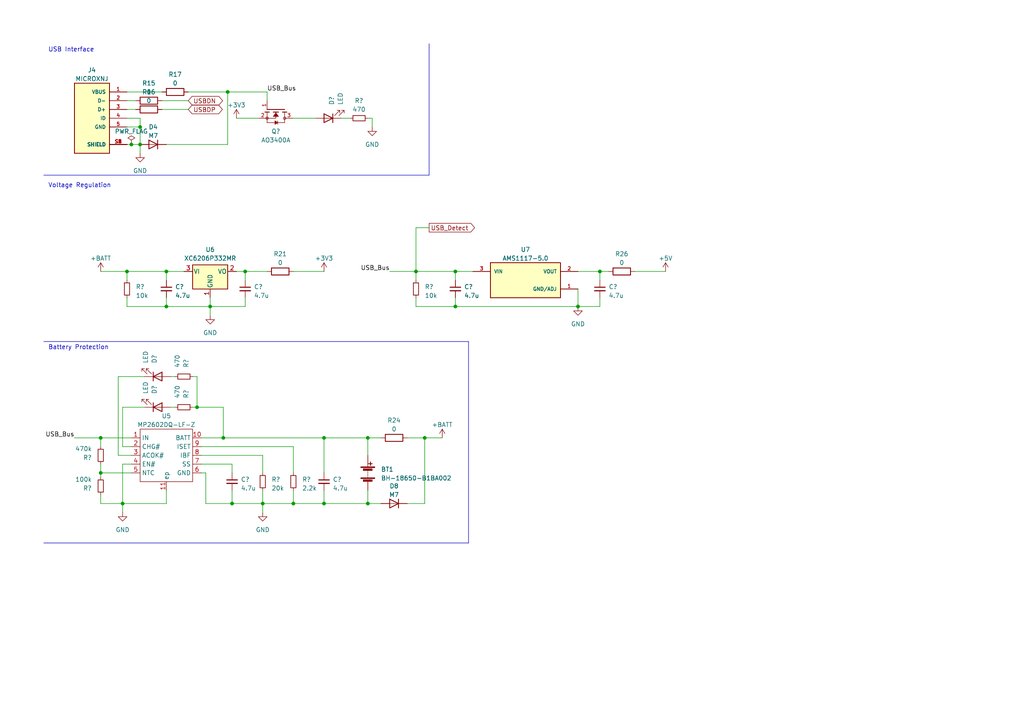
<source format=kicad_sch>
(kicad_sch (version 20230121) (generator eeschema)

  (uuid 41b26833-5ed1-45eb-b05e-d60ec69ee5b7)

  (paper "A4")

  (title_block
    (title "Enviro Sensing HAT")
    (date "2023-03-21")
    (rev "5.1")
  )

  (lib_symbols
    (symbol "AMS1117-5.0:AMS1117-5.0" (pin_names (offset 1.016)) (in_bom yes) (on_board yes)
      (property "Reference" "U" (at -10.16 5.5921 0)
        (effects (font (size 1.27 1.27)) (justify left bottom))
      )
      (property "Value" "AMS1117-5.0" (at -10.16 -8.1379 0)
        (effects (font (size 1.27 1.27)) (justify left bottom))
      )
      (property "Footprint" "SOT229P700X180-4N" (at 0 0 0)
        (effects (font (size 1.27 1.27)) (justify bottom) hide)
      )
      (property "Datasheet" "" (at 0 0 0)
        (effects (font (size 1.27 1.27)) hide)
      )
      (property "MAXIMUM_PACKAGE_HEIGHT" "1.80mm" (at 0 0 0)
        (effects (font (size 1.27 1.27)) (justify bottom) hide)
      )
      (property "PARTREV" "N/A" (at 0 0 0)
        (effects (font (size 1.27 1.27)) (justify bottom) hide)
      )
      (property "MANUFACTURER" "Advanced Monolithic Systems" (at 0 0 0)
        (effects (font (size 1.27 1.27)) (justify bottom) hide)
      )
      (property "STANDARD" "IPC-7351B" (at 0 0 0)
        (effects (font (size 1.27 1.27)) (justify bottom) hide)
      )
      (symbol "AMS1117-5.0_0_0"
        (rectangle (start -10.16 -5.08) (end 10.16 5.08)
          (stroke (width 0.254) (type default))
          (fill (type background))
        )
        (pin power_in line (at 15.24 -2.54 180) (length 5.08)
          (name "GND/ADJ" (effects (font (size 1.016 1.016))))
          (number "1" (effects (font (size 1.016 1.016))))
        )
        (pin output line (at 15.24 2.54 180) (length 5.08)
          (name "VOUT" (effects (font (size 1.016 1.016))))
          (number "2" (effects (font (size 1.016 1.016))))
        )
        (pin input line (at -15.24 2.54 0) (length 5.08)
          (name "VIN" (effects (font (size 1.016 1.016))))
          (number "3" (effects (font (size 1.016 1.016))))
        )
      )
    )
    (symbol "AO3400A:AO3400A" (pin_names (offset 1.016)) (in_bom yes) (on_board yes)
      (property "Reference" "Q" (at -8.89 2.54 0)
        (effects (font (size 1.27 1.27)) (justify left bottom))
      )
      (property "Value" "AO3400A" (at -8.89 -7.62 0)
        (effects (font (size 1.27 1.27)) (justify left bottom))
      )
      (property "Footprint" "SOT95P280X125-3N" (at 0 0 0)
        (effects (font (size 1.27 1.27)) (justify bottom) hide)
      )
      (property "Datasheet" "" (at 0 0 0)
        (effects (font (size 1.27 1.27)) hide)
      )
      (property "STANDARD" "IPC 7351B" (at 0 0 0)
        (effects (font (size 1.27 1.27)) (justify bottom) hide)
      )
      (property "MAXIMUM_PACKAGE_HEIGHT" "1.25 mm" (at 0 0 0)
        (effects (font (size 1.27 1.27)) (justify bottom) hide)
      )
      (property "MANUFACTURER" "Alpha & Omega Semiconductor" (at 0 0 0)
        (effects (font (size 1.27 1.27)) (justify bottom) hide)
      )
      (property "PARTREV" "L" (at 0 0 0)
        (effects (font (size 1.27 1.27)) (justify bottom) hide)
      )
      (symbol "AO3400A_0_0"
        (polyline
          (pts
            (xy 0 2.54)
            (xy 0 -2.54)
          )
          (stroke (width 0.254) (type default))
          (fill (type none))
        )
        (polyline
          (pts
            (xy 0.762 -2.54)
            (xy 0.762 -3.175)
          )
          (stroke (width 0.254) (type default))
          (fill (type none))
        )
        (polyline
          (pts
            (xy 0.762 -1.905)
            (xy 0.762 -2.54)
          )
          (stroke (width 0.254) (type default))
          (fill (type none))
        )
        (polyline
          (pts
            (xy 0.762 0)
            (xy 0.762 -0.762)
          )
          (stroke (width 0.254) (type default))
          (fill (type none))
        )
        (polyline
          (pts
            (xy 0.762 0)
            (xy 2.54 0)
          )
          (stroke (width 0.1524) (type default))
          (fill (type none))
        )
        (polyline
          (pts
            (xy 0.762 0.762)
            (xy 0.762 0)
          )
          (stroke (width 0.254) (type default))
          (fill (type none))
        )
        (polyline
          (pts
            (xy 0.762 2.54)
            (xy 0.762 1.905)
          )
          (stroke (width 0.254) (type default))
          (fill (type none))
        )
        (polyline
          (pts
            (xy 0.762 2.54)
            (xy 3.81 2.54)
          )
          (stroke (width 0.1524) (type default))
          (fill (type none))
        )
        (polyline
          (pts
            (xy 0.762 3.175)
            (xy 0.762 2.54)
          )
          (stroke (width 0.254) (type default))
          (fill (type none))
        )
        (polyline
          (pts
            (xy 2.54 -2.54)
            (xy 0.762 -2.54)
          )
          (stroke (width 0.1524) (type default))
          (fill (type none))
        )
        (polyline
          (pts
            (xy 2.54 -2.54)
            (xy 3.81 -2.54)
          )
          (stroke (width 0.1524) (type default))
          (fill (type none))
        )
        (polyline
          (pts
            (xy 2.54 0)
            (xy 2.54 -2.54)
          )
          (stroke (width 0.1524) (type default))
          (fill (type none))
        )
        (polyline
          (pts
            (xy 3.81 0.508)
            (xy 3.302 0.508)
          )
          (stroke (width 0.1524) (type default))
          (fill (type none))
        )
        (polyline
          (pts
            (xy 3.81 0.508)
            (xy 3.81 -2.54)
          )
          (stroke (width 0.1524) (type default))
          (fill (type none))
        )
        (polyline
          (pts
            (xy 3.81 2.54)
            (xy 3.81 0.508)
          )
          (stroke (width 0.1524) (type default))
          (fill (type none))
        )
        (polyline
          (pts
            (xy 4.318 0.508)
            (xy 3.81 0.508)
          )
          (stroke (width 0.1524) (type default))
          (fill (type none))
        )
        (polyline
          (pts
            (xy 1.016 0)
            (xy 2.032 0.762)
            (xy 2.032 -0.762)
            (xy 1.016 0)
          )
          (stroke (width 0.1524) (type default))
          (fill (type outline))
        )
        (polyline
          (pts
            (xy 3.81 0.508)
            (xy 3.302 -0.254)
            (xy 4.318 -0.254)
            (xy 3.81 0.508)
          )
          (stroke (width 0.1524) (type default))
          (fill (type outline))
        )
        (circle (center 2.54 -2.54) (radius 0.3592)
          (stroke (width 0) (type default))
          (fill (type none))
        )
        (circle (center 2.54 2.54) (radius 0.3592)
          (stroke (width 0) (type default))
          (fill (type none))
        )
        (pin passive line (at -2.54 -2.54 0) (length 2.54)
          (name "~" (effects (font (size 1.016 1.016))))
          (number "1" (effects (font (size 1.016 1.016))))
        )
        (pin passive line (at 2.54 -5.08 90) (length 2.54)
          (name "~" (effects (font (size 1.016 1.016))))
          (number "2" (effects (font (size 1.016 1.016))))
        )
        (pin passive line (at 2.54 5.08 270) (length 2.54)
          (name "~" (effects (font (size 1.016 1.016))))
          (number "3" (effects (font (size 1.016 1.016))))
        )
      )
    )
    (symbol "Device:Battery" (pin_numbers hide) (pin_names (offset 0) hide) (in_bom yes) (on_board yes)
      (property "Reference" "BT" (at 2.54 2.54 0)
        (effects (font (size 1.27 1.27)) (justify left))
      )
      (property "Value" "Battery" (at 2.54 0 0)
        (effects (font (size 1.27 1.27)) (justify left))
      )
      (property "Footprint" "" (at 0 1.524 90)
        (effects (font (size 1.27 1.27)) hide)
      )
      (property "Datasheet" "~" (at 0 1.524 90)
        (effects (font (size 1.27 1.27)) hide)
      )
      (property "ki_keywords" "batt voltage-source cell" (at 0 0 0)
        (effects (font (size 1.27 1.27)) hide)
      )
      (property "ki_description" "Multiple-cell battery" (at 0 0 0)
        (effects (font (size 1.27 1.27)) hide)
      )
      (symbol "Battery_0_1"
        (rectangle (start -2.032 -1.397) (end 2.032 -1.651)
          (stroke (width 0) (type default))
          (fill (type outline))
        )
        (rectangle (start -2.032 1.778) (end 2.032 1.524)
          (stroke (width 0) (type default))
          (fill (type outline))
        )
        (rectangle (start -1.3208 -1.9812) (end 1.27 -2.4892)
          (stroke (width 0) (type default))
          (fill (type outline))
        )
        (rectangle (start -1.3208 1.1938) (end 1.27 0.6858)
          (stroke (width 0) (type default))
          (fill (type outline))
        )
        (polyline
          (pts
            (xy 0 -1.524)
            (xy 0 -1.27)
          )
          (stroke (width 0) (type default))
          (fill (type none))
        )
        (polyline
          (pts
            (xy 0 -1.016)
            (xy 0 -0.762)
          )
          (stroke (width 0) (type default))
          (fill (type none))
        )
        (polyline
          (pts
            (xy 0 -0.508)
            (xy 0 -0.254)
          )
          (stroke (width 0) (type default))
          (fill (type none))
        )
        (polyline
          (pts
            (xy 0 0)
            (xy 0 0.254)
          )
          (stroke (width 0) (type default))
          (fill (type none))
        )
        (polyline
          (pts
            (xy 0 0.508)
            (xy 0 0.762)
          )
          (stroke (width 0) (type default))
          (fill (type none))
        )
        (polyline
          (pts
            (xy 0 1.778)
            (xy 0 2.54)
          )
          (stroke (width 0) (type default))
          (fill (type none))
        )
        (polyline
          (pts
            (xy 0.254 2.667)
            (xy 1.27 2.667)
          )
          (stroke (width 0.254) (type default))
          (fill (type none))
        )
        (polyline
          (pts
            (xy 0.762 3.175)
            (xy 0.762 2.159)
          )
          (stroke (width 0.254) (type default))
          (fill (type none))
        )
      )
      (symbol "Battery_1_1"
        (pin passive line (at 0 5.08 270) (length 2.54)
          (name "+" (effects (font (size 1.27 1.27))))
          (number "1" (effects (font (size 1.27 1.27))))
        )
        (pin passive line (at 0 -5.08 90) (length 2.54)
          (name "-" (effects (font (size 1.27 1.27))))
          (number "2" (effects (font (size 1.27 1.27))))
        )
      )
    )
    (symbol "Device:C_Small" (pin_numbers hide) (pin_names (offset 0.254) hide) (in_bom yes) (on_board yes)
      (property "Reference" "C" (at 0.254 1.778 0)
        (effects (font (size 1.27 1.27)) (justify left))
      )
      (property "Value" "C_Small" (at 0.254 -2.032 0)
        (effects (font (size 1.27 1.27)) (justify left))
      )
      (property "Footprint" "" (at 0 0 0)
        (effects (font (size 1.27 1.27)) hide)
      )
      (property "Datasheet" "~" (at 0 0 0)
        (effects (font (size 1.27 1.27)) hide)
      )
      (property "ki_keywords" "capacitor cap" (at 0 0 0)
        (effects (font (size 1.27 1.27)) hide)
      )
      (property "ki_description" "Unpolarized capacitor, small symbol" (at 0 0 0)
        (effects (font (size 1.27 1.27)) hide)
      )
      (property "ki_fp_filters" "C_*" (at 0 0 0)
        (effects (font (size 1.27 1.27)) hide)
      )
      (symbol "C_Small_0_1"
        (polyline
          (pts
            (xy -1.524 -0.508)
            (xy 1.524 -0.508)
          )
          (stroke (width 0.3302) (type default))
          (fill (type none))
        )
        (polyline
          (pts
            (xy -1.524 0.508)
            (xy 1.524 0.508)
          )
          (stroke (width 0.3048) (type default))
          (fill (type none))
        )
      )
      (symbol "C_Small_1_1"
        (pin passive line (at 0 2.54 270) (length 2.032)
          (name "~" (effects (font (size 1.27 1.27))))
          (number "1" (effects (font (size 1.27 1.27))))
        )
        (pin passive line (at 0 -2.54 90) (length 2.032)
          (name "~" (effects (font (size 1.27 1.27))))
          (number "2" (effects (font (size 1.27 1.27))))
        )
      )
    )
    (symbol "Device:LED" (pin_numbers hide) (pin_names (offset 1.016) hide) (in_bom yes) (on_board yes)
      (property "Reference" "D" (at 0 2.54 0)
        (effects (font (size 1.27 1.27)))
      )
      (property "Value" "LED" (at 0 -2.54 0)
        (effects (font (size 1.27 1.27)))
      )
      (property "Footprint" "" (at 0 0 0)
        (effects (font (size 1.27 1.27)) hide)
      )
      (property "Datasheet" "~" (at 0 0 0)
        (effects (font (size 1.27 1.27)) hide)
      )
      (property "ki_keywords" "LED diode" (at 0 0 0)
        (effects (font (size 1.27 1.27)) hide)
      )
      (property "ki_description" "Light emitting diode" (at 0 0 0)
        (effects (font (size 1.27 1.27)) hide)
      )
      (property "ki_fp_filters" "LED* LED_SMD:* LED_THT:*" (at 0 0 0)
        (effects (font (size 1.27 1.27)) hide)
      )
      (symbol "LED_0_1"
        (polyline
          (pts
            (xy -1.27 -1.27)
            (xy -1.27 1.27)
          )
          (stroke (width 0.254) (type default))
          (fill (type none))
        )
        (polyline
          (pts
            (xy -1.27 0)
            (xy 1.27 0)
          )
          (stroke (width 0) (type default))
          (fill (type none))
        )
        (polyline
          (pts
            (xy 1.27 -1.27)
            (xy 1.27 1.27)
            (xy -1.27 0)
            (xy 1.27 -1.27)
          )
          (stroke (width 0.254) (type default))
          (fill (type none))
        )
        (polyline
          (pts
            (xy -3.048 -0.762)
            (xy -4.572 -2.286)
            (xy -3.81 -2.286)
            (xy -4.572 -2.286)
            (xy -4.572 -1.524)
          )
          (stroke (width 0) (type default))
          (fill (type none))
        )
        (polyline
          (pts
            (xy -1.778 -0.762)
            (xy -3.302 -2.286)
            (xy -2.54 -2.286)
            (xy -3.302 -2.286)
            (xy -3.302 -1.524)
          )
          (stroke (width 0) (type default))
          (fill (type none))
        )
      )
      (symbol "LED_1_1"
        (pin passive line (at -3.81 0 0) (length 2.54)
          (name "K" (effects (font (size 1.27 1.27))))
          (number "1" (effects (font (size 1.27 1.27))))
        )
        (pin passive line (at 3.81 0 180) (length 2.54)
          (name "A" (effects (font (size 1.27 1.27))))
          (number "2" (effects (font (size 1.27 1.27))))
        )
      )
    )
    (symbol "Device:R" (pin_numbers hide) (pin_names (offset 0)) (in_bom yes) (on_board yes)
      (property "Reference" "R" (at 2.032 0 90)
        (effects (font (size 1.27 1.27)))
      )
      (property "Value" "R" (at 0 0 90)
        (effects (font (size 1.27 1.27)))
      )
      (property "Footprint" "" (at -1.778 0 90)
        (effects (font (size 1.27 1.27)) hide)
      )
      (property "Datasheet" "~" (at 0 0 0)
        (effects (font (size 1.27 1.27)) hide)
      )
      (property "ki_keywords" "R res resistor" (at 0 0 0)
        (effects (font (size 1.27 1.27)) hide)
      )
      (property "ki_description" "Resistor" (at 0 0 0)
        (effects (font (size 1.27 1.27)) hide)
      )
      (property "ki_fp_filters" "R_*" (at 0 0 0)
        (effects (font (size 1.27 1.27)) hide)
      )
      (symbol "R_0_1"
        (rectangle (start -1.016 -2.54) (end 1.016 2.54)
          (stroke (width 0.254) (type default))
          (fill (type none))
        )
      )
      (symbol "R_1_1"
        (pin passive line (at 0 3.81 270) (length 1.27)
          (name "~" (effects (font (size 1.27 1.27))))
          (number "1" (effects (font (size 1.27 1.27))))
        )
        (pin passive line (at 0 -3.81 90) (length 1.27)
          (name "~" (effects (font (size 1.27 1.27))))
          (number "2" (effects (font (size 1.27 1.27))))
        )
      )
    )
    (symbol "Device:R_Small" (pin_numbers hide) (pin_names (offset 0.254) hide) (in_bom yes) (on_board yes)
      (property "Reference" "R" (at 0.762 0.508 0)
        (effects (font (size 1.27 1.27)) (justify left))
      )
      (property "Value" "R_Small" (at 0.762 -1.016 0)
        (effects (font (size 1.27 1.27)) (justify left))
      )
      (property "Footprint" "" (at 0 0 0)
        (effects (font (size 1.27 1.27)) hide)
      )
      (property "Datasheet" "~" (at 0 0 0)
        (effects (font (size 1.27 1.27)) hide)
      )
      (property "ki_keywords" "R resistor" (at 0 0 0)
        (effects (font (size 1.27 1.27)) hide)
      )
      (property "ki_description" "Resistor, small symbol" (at 0 0 0)
        (effects (font (size 1.27 1.27)) hide)
      )
      (property "ki_fp_filters" "R_*" (at 0 0 0)
        (effects (font (size 1.27 1.27)) hide)
      )
      (symbol "R_Small_0_1"
        (rectangle (start -0.762 1.778) (end 0.762 -1.778)
          (stroke (width 0.2032) (type default))
          (fill (type none))
        )
      )
      (symbol "R_Small_1_1"
        (pin passive line (at 0 2.54 270) (length 0.762)
          (name "~" (effects (font (size 1.27 1.27))))
          (number "1" (effects (font (size 1.27 1.27))))
        )
        (pin passive line (at 0 -2.54 90) (length 0.762)
          (name "~" (effects (font (size 1.27 1.27))))
          (number "2" (effects (font (size 1.27 1.27))))
        )
      )
    )
    (symbol "Diode:1N4001" (pin_numbers hide) (pin_names hide) (in_bom yes) (on_board yes)
      (property "Reference" "D" (at 0 2.54 0)
        (effects (font (size 1.27 1.27)))
      )
      (property "Value" "1N4001" (at 0 -2.54 0)
        (effects (font (size 1.27 1.27)))
      )
      (property "Footprint" "Diode_THT:D_DO-41_SOD81_P10.16mm_Horizontal" (at 0 0 0)
        (effects (font (size 1.27 1.27)) hide)
      )
      (property "Datasheet" "http://www.vishay.com/docs/88503/1n4001.pdf" (at 0 0 0)
        (effects (font (size 1.27 1.27)) hide)
      )
      (property "Sim.Device" "D" (at 0 0 0)
        (effects (font (size 1.27 1.27)) hide)
      )
      (property "Sim.Pins" "1=K 2=A" (at 0 0 0)
        (effects (font (size 1.27 1.27)) hide)
      )
      (property "ki_keywords" "diode" (at 0 0 0)
        (effects (font (size 1.27 1.27)) hide)
      )
      (property "ki_description" "50V 1A General Purpose Rectifier Diode, DO-41" (at 0 0 0)
        (effects (font (size 1.27 1.27)) hide)
      )
      (property "ki_fp_filters" "D*DO?41*" (at 0 0 0)
        (effects (font (size 1.27 1.27)) hide)
      )
      (symbol "1N4001_0_1"
        (polyline
          (pts
            (xy -1.27 1.27)
            (xy -1.27 -1.27)
          )
          (stroke (width 0.254) (type default))
          (fill (type none))
        )
        (polyline
          (pts
            (xy 1.27 0)
            (xy -1.27 0)
          )
          (stroke (width 0) (type default))
          (fill (type none))
        )
        (polyline
          (pts
            (xy 1.27 1.27)
            (xy 1.27 -1.27)
            (xy -1.27 0)
            (xy 1.27 1.27)
          )
          (stroke (width 0.254) (type default))
          (fill (type none))
        )
      )
      (symbol "1N4001_1_1"
        (pin passive line (at -3.81 0 0) (length 2.54)
          (name "K" (effects (font (size 1.27 1.27))))
          (number "1" (effects (font (size 1.27 1.27))))
        )
        (pin passive line (at 3.81 0 180) (length 2.54)
          (name "A" (effects (font (size 1.27 1.27))))
          (number "2" (effects (font (size 1.27 1.27))))
        )
      )
    )
    (symbol "MICROXNJ:MICROXNJ" (pin_names (offset 1.016)) (in_bom yes) (on_board yes)
      (property "Reference" "J" (at -5.0828 10.9278 0)
        (effects (font (size 1.27 1.27)) (justify left bottom))
      )
      (property "Value" "MICROXNJ" (at -5.0823 -10.9276 0)
        (effects (font (size 1.27 1.27)) (justify left top))
      )
      (property "Footprint" "SHOUHAN_MICROXNJ" (at 0 0 0)
        (effects (font (size 1.27 1.27)) (justify bottom) hide)
      )
      (property "Datasheet" "" (at 0 0 0)
        (effects (font (size 1.27 1.27)) hide)
      )
      (property "STANDARD" "Manufacturer Recommendations" (at 0 0 0)
        (effects (font (size 1.27 1.27)) (justify bottom) hide)
      )
      (property "MAXIMUM_PACKAGE_HEIGHT" "3mm" (at 0 0 0)
        (effects (font (size 1.27 1.27)) (justify bottom) hide)
      )
      (property "PARTREV" "A" (at 0 0 0)
        (effects (font (size 1.27 1.27)) (justify bottom) hide)
      )
      (property "MANUFACTURER" "SHOUHAN" (at 0 0 0)
        (effects (font (size 1.27 1.27)) (justify bottom) hide)
      )
      (symbol "MICROXNJ_0_0"
        (rectangle (start -5.08 -10.16) (end 5.08 10.16)
          (stroke (width 0.254) (type default))
          (fill (type background))
        )
        (pin power_in line (at -10.16 7.62 0) (length 5.08)
          (name "VBUS" (effects (font (size 1.016 1.016))))
          (number "1" (effects (font (size 1.016 1.016))))
        )
        (pin bidirectional line (at -10.16 5.08 0) (length 5.08)
          (name "D-" (effects (font (size 1.016 1.016))))
          (number "2" (effects (font (size 1.016 1.016))))
        )
        (pin bidirectional line (at -10.16 2.54 0) (length 5.08)
          (name "D+" (effects (font (size 1.016 1.016))))
          (number "3" (effects (font (size 1.016 1.016))))
        )
        (pin bidirectional line (at -10.16 0 0) (length 5.08)
          (name "ID" (effects (font (size 1.016 1.016))))
          (number "4" (effects (font (size 1.016 1.016))))
        )
        (pin power_in line (at -10.16 -2.54 0) (length 5.08)
          (name "GND" (effects (font (size 1.016 1.016))))
          (number "5" (effects (font (size 1.016 1.016))))
        )
        (pin passive line (at -10.16 -7.62 0) (length 5.08)
          (name "SHIELD" (effects (font (size 1.016 1.016))))
          (number "S1" (effects (font (size 1.016 1.016))))
        )
        (pin passive line (at -10.16 -7.62 0) (length 5.08)
          (name "SHIELD" (effects (font (size 1.016 1.016))))
          (number "S2" (effects (font (size 1.016 1.016))))
        )
        (pin passive line (at -10.16 -7.62 0) (length 5.08)
          (name "SHIELD" (effects (font (size 1.016 1.016))))
          (number "S3" (effects (font (size 1.016 1.016))))
        )
        (pin passive line (at -10.16 -7.62 0) (length 5.08)
          (name "SHIELD" (effects (font (size 1.016 1.016))))
          (number "S4" (effects (font (size 1.016 1.016))))
        )
        (pin passive line (at -10.16 -7.62 0) (length 5.08)
          (name "SHIELD" (effects (font (size 1.016 1.016))))
          (number "S5" (effects (font (size 1.016 1.016))))
        )
        (pin passive line (at -10.16 -7.62 0) (length 5.08)
          (name "SHIELD" (effects (font (size 1.016 1.016))))
          (number "S6" (effects (font (size 1.016 1.016))))
        )
      )
    )
    (symbol "MISC_JLCPCB:MP2602DQ-LF-Z" (in_bom yes) (on_board yes)
      (property "Reference" "U" (at -6.35 8.89 0)
        (effects (font (size 1.27 1.27)))
      )
      (property "Value" "" (at 0 0 0)
        (effects (font (size 1.27 1.27)))
      )
      (property "Footprint" "" (at 0 0 0)
        (effects (font (size 1.27 1.27)) hide)
      )
      (property "Datasheet" "" (at 0 0 0)
        (effects (font (size 1.27 1.27)) hide)
      )
      (symbol "MP2602DQ-LF-Z_0_1"
        (rectangle (start -7.62 7.62) (end 7.62 -7.62)
          (stroke (width 0) (type default))
          (fill (type none))
        )
      )
      (symbol "MP2602DQ-LF-Z_1_1"
        (pin passive line (at -10.16 5.08 0) (length 2.54)
          (name "IN" (effects (font (size 1.27 1.27))))
          (number "1" (effects (font (size 1.27 1.27))))
        )
        (pin passive line (at 10.16 5.08 180) (length 2.54)
          (name "BATT" (effects (font (size 1.27 1.27))))
          (number "10" (effects (font (size 1.27 1.27))))
        )
        (pin passive line (at 0 -10.16 90) (length 2.54)
          (name "ep" (effects (font (size 1.27 1.27))))
          (number "11" (effects (font (size 1.27 1.27))))
        )
        (pin passive line (at -10.16 2.54 0) (length 2.54)
          (name "CHG#" (effects (font (size 1.27 1.27))))
          (number "2" (effects (font (size 1.27 1.27))))
        )
        (pin passive line (at -10.16 0 0) (length 2.54)
          (name "ACOK#" (effects (font (size 1.27 1.27))))
          (number "3" (effects (font (size 1.27 1.27))))
        )
        (pin passive line (at -10.16 -2.54 0) (length 2.54)
          (name "EN#" (effects (font (size 1.27 1.27))))
          (number "4" (effects (font (size 1.27 1.27))))
        )
        (pin passive line (at -10.16 -5.08 0) (length 2.54)
          (name "NTC" (effects (font (size 1.27 1.27))))
          (number "5" (effects (font (size 1.27 1.27))))
        )
        (pin passive line (at 10.16 -5.08 180) (length 2.54)
          (name "GND" (effects (font (size 1.27 1.27))))
          (number "6" (effects (font (size 1.27 1.27))))
        )
        (pin passive line (at 10.16 -2.54 180) (length 2.54)
          (name "SS" (effects (font (size 1.27 1.27))))
          (number "7" (effects (font (size 1.27 1.27))))
        )
        (pin passive line (at 10.16 0 180) (length 2.54)
          (name "IBF" (effects (font (size 1.27 1.27))))
          (number "8" (effects (font (size 1.27 1.27))))
        )
        (pin passive line (at 10.16 2.54 180) (length 2.54)
          (name "ISET" (effects (font (size 1.27 1.27))))
          (number "9" (effects (font (size 1.27 1.27))))
        )
      )
    )
    (symbol "Regulator_Linear:XC6206PxxxMR" (pin_names (offset 0.254)) (in_bom yes) (on_board yes)
      (property "Reference" "U" (at -3.81 3.175 0)
        (effects (font (size 1.27 1.27)))
      )
      (property "Value" "XC6206PxxxMR" (at 0 3.175 0)
        (effects (font (size 1.27 1.27)) (justify left))
      )
      (property "Footprint" "Package_TO_SOT_SMD:SOT-23-3" (at 0 5.715 0)
        (effects (font (size 1.27 1.27) italic) hide)
      )
      (property "Datasheet" "https://www.torexsemi.com/file/xc6206/XC6206.pdf" (at 0 0 0)
        (effects (font (size 1.27 1.27)) hide)
      )
      (property "ki_keywords" "Torex LDO Voltage Regulator Fixed Positive" (at 0 0 0)
        (effects (font (size 1.27 1.27)) hide)
      )
      (property "ki_description" "Positive 60-250mA Low Dropout Regulator, Fixed Output, SOT-23" (at 0 0 0)
        (effects (font (size 1.27 1.27)) hide)
      )
      (property "ki_fp_filters" "SOT?23?3*" (at 0 0 0)
        (effects (font (size 1.27 1.27)) hide)
      )
      (symbol "XC6206PxxxMR_0_1"
        (rectangle (start -5.08 1.905) (end 5.08 -5.08)
          (stroke (width 0.254) (type default))
          (fill (type background))
        )
      )
      (symbol "XC6206PxxxMR_1_1"
        (pin power_in line (at 0 -7.62 90) (length 2.54)
          (name "GND" (effects (font (size 1.27 1.27))))
          (number "1" (effects (font (size 1.27 1.27))))
        )
        (pin power_out line (at 7.62 0 180) (length 2.54)
          (name "VO" (effects (font (size 1.27 1.27))))
          (number "2" (effects (font (size 1.27 1.27))))
        )
        (pin power_in line (at -7.62 0 0) (length 2.54)
          (name "VI" (effects (font (size 1.27 1.27))))
          (number "3" (effects (font (size 1.27 1.27))))
        )
      )
    )
    (symbol "power:+3V3" (power) (pin_names (offset 0)) (in_bom yes) (on_board yes)
      (property "Reference" "#PWR" (at 0 -3.81 0)
        (effects (font (size 1.27 1.27)) hide)
      )
      (property "Value" "+3V3" (at 0 3.556 0)
        (effects (font (size 1.27 1.27)))
      )
      (property "Footprint" "" (at 0 0 0)
        (effects (font (size 1.27 1.27)) hide)
      )
      (property "Datasheet" "" (at 0 0 0)
        (effects (font (size 1.27 1.27)) hide)
      )
      (property "ki_keywords" "global power" (at 0 0 0)
        (effects (font (size 1.27 1.27)) hide)
      )
      (property "ki_description" "Power symbol creates a global label with name \"+3V3\"" (at 0 0 0)
        (effects (font (size 1.27 1.27)) hide)
      )
      (symbol "+3V3_0_1"
        (polyline
          (pts
            (xy -0.762 1.27)
            (xy 0 2.54)
          )
          (stroke (width 0) (type default))
          (fill (type none))
        )
        (polyline
          (pts
            (xy 0 0)
            (xy 0 2.54)
          )
          (stroke (width 0) (type default))
          (fill (type none))
        )
        (polyline
          (pts
            (xy 0 2.54)
            (xy 0.762 1.27)
          )
          (stroke (width 0) (type default))
          (fill (type none))
        )
      )
      (symbol "+3V3_1_1"
        (pin power_in line (at 0 0 90) (length 0) hide
          (name "+3V3" (effects (font (size 1.27 1.27))))
          (number "1" (effects (font (size 1.27 1.27))))
        )
      )
    )
    (symbol "power:+5V" (power) (pin_names (offset 0)) (in_bom yes) (on_board yes)
      (property "Reference" "#PWR" (at 0 -3.81 0)
        (effects (font (size 1.27 1.27)) hide)
      )
      (property "Value" "+5V" (at 0 3.556 0)
        (effects (font (size 1.27 1.27)))
      )
      (property "Footprint" "" (at 0 0 0)
        (effects (font (size 1.27 1.27)) hide)
      )
      (property "Datasheet" "" (at 0 0 0)
        (effects (font (size 1.27 1.27)) hide)
      )
      (property "ki_keywords" "global power" (at 0 0 0)
        (effects (font (size 1.27 1.27)) hide)
      )
      (property "ki_description" "Power symbol creates a global label with name \"+5V\"" (at 0 0 0)
        (effects (font (size 1.27 1.27)) hide)
      )
      (symbol "+5V_0_1"
        (polyline
          (pts
            (xy -0.762 1.27)
            (xy 0 2.54)
          )
          (stroke (width 0) (type default))
          (fill (type none))
        )
        (polyline
          (pts
            (xy 0 0)
            (xy 0 2.54)
          )
          (stroke (width 0) (type default))
          (fill (type none))
        )
        (polyline
          (pts
            (xy 0 2.54)
            (xy 0.762 1.27)
          )
          (stroke (width 0) (type default))
          (fill (type none))
        )
      )
      (symbol "+5V_1_1"
        (pin power_in line (at 0 0 90) (length 0) hide
          (name "+5V" (effects (font (size 1.27 1.27))))
          (number "1" (effects (font (size 1.27 1.27))))
        )
      )
    )
    (symbol "power:+BATT" (power) (pin_names (offset 0)) (in_bom yes) (on_board yes)
      (property "Reference" "#PWR" (at 0 -3.81 0)
        (effects (font (size 1.27 1.27)) hide)
      )
      (property "Value" "+BATT" (at 0 3.556 0)
        (effects (font (size 1.27 1.27)))
      )
      (property "Footprint" "" (at 0 0 0)
        (effects (font (size 1.27 1.27)) hide)
      )
      (property "Datasheet" "" (at 0 0 0)
        (effects (font (size 1.27 1.27)) hide)
      )
      (property "ki_keywords" "global power battery" (at 0 0 0)
        (effects (font (size 1.27 1.27)) hide)
      )
      (property "ki_description" "Power symbol creates a global label with name \"+BATT\"" (at 0 0 0)
        (effects (font (size 1.27 1.27)) hide)
      )
      (symbol "+BATT_0_1"
        (polyline
          (pts
            (xy -0.762 1.27)
            (xy 0 2.54)
          )
          (stroke (width 0) (type default))
          (fill (type none))
        )
        (polyline
          (pts
            (xy 0 0)
            (xy 0 2.54)
          )
          (stroke (width 0) (type default))
          (fill (type none))
        )
        (polyline
          (pts
            (xy 0 2.54)
            (xy 0.762 1.27)
          )
          (stroke (width 0) (type default))
          (fill (type none))
        )
      )
      (symbol "+BATT_1_1"
        (pin power_in line (at 0 0 90) (length 0) hide
          (name "+BATT" (effects (font (size 1.27 1.27))))
          (number "1" (effects (font (size 1.27 1.27))))
        )
      )
    )
    (symbol "power:GND" (power) (pin_names (offset 0)) (in_bom yes) (on_board yes)
      (property "Reference" "#PWR" (at 0 -6.35 0)
        (effects (font (size 1.27 1.27)) hide)
      )
      (property "Value" "GND" (at 0 -3.81 0)
        (effects (font (size 1.27 1.27)))
      )
      (property "Footprint" "" (at 0 0 0)
        (effects (font (size 1.27 1.27)) hide)
      )
      (property "Datasheet" "" (at 0 0 0)
        (effects (font (size 1.27 1.27)) hide)
      )
      (property "ki_keywords" "global power" (at 0 0 0)
        (effects (font (size 1.27 1.27)) hide)
      )
      (property "ki_description" "Power symbol creates a global label with name \"GND\" , ground" (at 0 0 0)
        (effects (font (size 1.27 1.27)) hide)
      )
      (symbol "GND_0_1"
        (polyline
          (pts
            (xy 0 0)
            (xy 0 -1.27)
            (xy 1.27 -1.27)
            (xy 0 -2.54)
            (xy -1.27 -1.27)
            (xy 0 -1.27)
          )
          (stroke (width 0) (type default))
          (fill (type none))
        )
      )
      (symbol "GND_1_1"
        (pin power_in line (at 0 0 270) (length 0) hide
          (name "GND" (effects (font (size 1.27 1.27))))
          (number "1" (effects (font (size 1.27 1.27))))
        )
      )
    )
    (symbol "power:PWR_FLAG" (power) (pin_numbers hide) (pin_names (offset 0) hide) (in_bom yes) (on_board yes)
      (property "Reference" "#FLG" (at 0 1.905 0)
        (effects (font (size 1.27 1.27)) hide)
      )
      (property "Value" "PWR_FLAG" (at 0 3.81 0)
        (effects (font (size 1.27 1.27)))
      )
      (property "Footprint" "" (at 0 0 0)
        (effects (font (size 1.27 1.27)) hide)
      )
      (property "Datasheet" "~" (at 0 0 0)
        (effects (font (size 1.27 1.27)) hide)
      )
      (property "ki_keywords" "flag power" (at 0 0 0)
        (effects (font (size 1.27 1.27)) hide)
      )
      (property "ki_description" "Special symbol for telling ERC where power comes from" (at 0 0 0)
        (effects (font (size 1.27 1.27)) hide)
      )
      (symbol "PWR_FLAG_0_0"
        (pin power_out line (at 0 0 90) (length 0)
          (name "pwr" (effects (font (size 1.27 1.27))))
          (number "1" (effects (font (size 1.27 1.27))))
        )
      )
      (symbol "PWR_FLAG_0_1"
        (polyline
          (pts
            (xy 0 0)
            (xy 0 1.27)
            (xy -1.016 1.905)
            (xy 0 2.54)
            (xy 1.016 1.905)
            (xy 0 1.27)
          )
          (stroke (width 0) (type default))
          (fill (type none))
        )
      )
    )
  )

  (junction (at 106.68 146.05) (diameter 0) (color 0 0 0 0)
    (uuid 0705ef8e-9396-44ac-98f2-cb2b9a36532a)
  )
  (junction (at 106.68 127) (diameter 0) (color 0 0 0 0)
    (uuid 0aa6f7f9-8a4c-41f3-895e-5b1fe328b37e)
  )
  (junction (at 123.19 127) (diameter 0) (color 0 0 0 0)
    (uuid 0d3c0860-a988-486f-b6c8-3b243e62696c)
  )
  (junction (at 173.99 78.74) (diameter 0) (color 0 0 0 0)
    (uuid 1b51c8a8-b946-4508-bd0f-f080042d2166)
  )
  (junction (at 167.64 88.9) (diameter 0) (color 0 0 0 0)
    (uuid 245f878b-d250-4465-9000-e369ed10edd2)
  )
  (junction (at 120.65 78.74) (diameter 0) (color 0 0 0 0)
    (uuid 26ae71b7-ba3e-4d35-a7ce-89991e190b6d)
  )
  (junction (at 48.26 88.9) (diameter 0) (color 0 0 0 0)
    (uuid 293cf3a7-e886-4441-954a-68dd9a8fce1d)
  )
  (junction (at 29.21 127) (diameter 0) (color 0 0 0 0)
    (uuid 2bedbefe-2e23-417f-a700-26d74d6e8a20)
  )
  (junction (at 85.09 146.05) (diameter 0) (color 0 0 0 0)
    (uuid 30ee210d-bbab-4f53-a859-fe9425e50b74)
  )
  (junction (at 57.15 118.11) (diameter 0) (color 0 0 0 0)
    (uuid 3130e32c-5596-4d92-a18f-74ab8594b527)
  )
  (junction (at 38.1 41.91) (diameter 0) (color 0 0 0 0)
    (uuid 4af56960-b5ae-45ae-b979-5549712a2f5f)
  )
  (junction (at 60.96 88.9) (diameter 0) (color 0 0 0 0)
    (uuid 4b0b642a-a424-494c-8fd8-baa03710c558)
  )
  (junction (at 64.77 127) (diameter 0) (color 0 0 0 0)
    (uuid 5e2c6ff5-8e1b-411e-aa5b-264330ab11e1)
  )
  (junction (at 48.26 78.74) (diameter 0) (color 0 0 0 0)
    (uuid 620f8131-f395-4d8c-a1e0-ba7e42981498)
  )
  (junction (at 93.98 146.05) (diameter 0) (color 0 0 0 0)
    (uuid 72d58540-fc6b-4f14-a1a0-55c3696600cc)
  )
  (junction (at 76.2 146.05) (diameter 0) (color 0 0 0 0)
    (uuid 7ff6cabb-d3cc-4424-80b9-2f5794bf27de)
  )
  (junction (at 36.83 78.74) (diameter 0) (color 0 0 0 0)
    (uuid 89956161-0602-4639-b83f-f599a506d755)
  )
  (junction (at 67.31 146.05) (diameter 0) (color 0 0 0 0)
    (uuid 8c0aa278-a6eb-4d5c-8e54-748669ad619c)
  )
  (junction (at 40.64 41.91) (diameter 0) (color 0 0 0 0)
    (uuid 922eb6ef-1313-418a-b952-79d2161a1ac7)
  )
  (junction (at 66.04 26.67) (diameter 0) (color 0 0 0 0)
    (uuid 9e2f128d-4774-491f-b3b7-8bbe523a46b1)
  )
  (junction (at 35.56 146.05) (diameter 0) (color 0 0 0 0)
    (uuid a3610be1-ded9-40f4-a092-132edfd5ac92)
  )
  (junction (at 132.08 78.74) (diameter 0) (color 0 0 0 0)
    (uuid af7574a8-d80b-4542-a967-1fa90bf6e6ca)
  )
  (junction (at 40.64 36.83) (diameter 0) (color 0 0 0 0)
    (uuid c5fe17fb-5c37-40f4-ab90-8dd95ff9f2ba)
  )
  (junction (at 93.98 127) (diameter 0) (color 0 0 0 0)
    (uuid c82866da-ee5c-4cd6-bce9-42fac8ce2fe1)
  )
  (junction (at 71.12 78.74) (diameter 0) (color 0 0 0 0)
    (uuid e0e23474-fd2d-4266-9b5f-49bfe596421a)
  )
  (junction (at 29.21 137.16) (diameter 0) (color 0 0 0 0)
    (uuid e3a6f1ca-3587-4d6e-8055-6d2da28985f9)
  )
  (junction (at 132.08 88.9) (diameter 0) (color 0 0 0 0)
    (uuid f35eb9da-0c89-4681-bd15-f6792b2cb8bd)
  )

  (wire (pts (xy 58.42 137.16) (xy 59.69 137.16))
    (stroke (width 0) (type default))
    (uuid 02255e46-c328-42a2-9a8e-edb9d53683df)
  )
  (wire (pts (xy 34.29 109.22) (xy 34.29 132.08))
    (stroke (width 0) (type default))
    (uuid 02286fac-6e43-4fa9-a48f-214044fd7eed)
  )
  (wire (pts (xy 48.26 78.74) (xy 48.26 81.28))
    (stroke (width 0) (type default))
    (uuid 062d19e7-041e-436f-96f0-1f1915015ee4)
  )
  (wire (pts (xy 48.26 142.24) (xy 48.26 146.05))
    (stroke (width 0) (type default))
    (uuid 07c1ea47-80fb-426c-8de7-f568a175c881)
  )
  (wire (pts (xy 132.08 86.36) (xy 132.08 88.9))
    (stroke (width 0) (type default))
    (uuid 0b0c566e-d15c-43bf-a8fc-aa46c2acd9f7)
  )
  (wire (pts (xy 110.49 127) (xy 106.68 127))
    (stroke (width 0) (type default))
    (uuid 0b51e327-48c4-4737-bdf8-30949c0c5174)
  )
  (wire (pts (xy 64.77 127) (xy 93.98 127))
    (stroke (width 0) (type default))
    (uuid 0ba577a9-5927-43b7-9530-214e327856d4)
  )
  (wire (pts (xy 57.15 118.11) (xy 55.88 118.11))
    (stroke (width 0) (type default))
    (uuid 0caa6b71-f7b0-448f-9349-19949525f5e0)
  )
  (wire (pts (xy 173.99 86.36) (xy 173.99 88.9))
    (stroke (width 0) (type default))
    (uuid 108fbfcb-a2b0-4e8b-86af-674cd663e0b6)
  )
  (wire (pts (xy 38.1 134.62) (xy 35.56 134.62))
    (stroke (width 0) (type default))
    (uuid 10b1eb2e-a67b-4308-a7e3-45e744798a5d)
  )
  (wire (pts (xy 36.83 31.75) (xy 39.37 31.75))
    (stroke (width 0) (type default))
    (uuid 1183b760-9903-4e1e-b408-d6ffbc3c513f)
  )
  (wire (pts (xy 29.21 137.16) (xy 38.1 137.16))
    (stroke (width 0) (type default))
    (uuid 11bca4f0-07ed-45d0-9a43-217297fd4126)
  )
  (polyline (pts (xy 124.46 12.7) (xy 124.46 50.8))
    (stroke (width 0) (type default))
    (uuid 14dfeda0-63d0-4341-a422-5f677143486b)
  )

  (wire (pts (xy 35.56 146.05) (xy 48.26 146.05))
    (stroke (width 0) (type default))
    (uuid 153bf07b-23b0-49be-b605-aa6193249f2d)
  )
  (wire (pts (xy 29.21 138.43) (xy 29.21 137.16))
    (stroke (width 0) (type default))
    (uuid 16562a2e-3a8e-44e2-967c-aed5eeee5208)
  )
  (wire (pts (xy 29.21 129.54) (xy 29.21 127))
    (stroke (width 0) (type default))
    (uuid 170260fb-1cd6-472f-92c7-e7c625659a96)
  )
  (wire (pts (xy 120.65 88.9) (xy 132.08 88.9))
    (stroke (width 0) (type default))
    (uuid 1716d815-c6aa-42ce-9975-eab5f31e4b62)
  )
  (wire (pts (xy 173.99 78.74) (xy 176.53 78.74))
    (stroke (width 0) (type default))
    (uuid 17bd8c26-92e4-4ddd-a133-397adeeaf3e8)
  )
  (wire (pts (xy 48.26 78.74) (xy 53.34 78.74))
    (stroke (width 0) (type default))
    (uuid 1aad802b-cf3b-4917-b7f8-93a14fe11f13)
  )
  (wire (pts (xy 41.91 109.22) (xy 34.29 109.22))
    (stroke (width 0) (type default))
    (uuid 1f496e91-1f62-45bc-b5db-6abf1e327de9)
  )
  (wire (pts (xy 40.64 36.83) (xy 40.64 41.91))
    (stroke (width 0) (type default))
    (uuid 249c0792-4716-412a-a5e9-2470147148d2)
  )
  (wire (pts (xy 35.56 146.05) (xy 29.21 146.05))
    (stroke (width 0) (type default))
    (uuid 25ab567d-f00f-46da-8e5f-a8e8d8d70055)
  )
  (wire (pts (xy 35.56 118.11) (xy 35.56 129.54))
    (stroke (width 0) (type default))
    (uuid 2612ede3-123d-41e2-be41-25dad53bde05)
  )
  (wire (pts (xy 106.68 127) (xy 106.68 132.08))
    (stroke (width 0) (type default))
    (uuid 2d18c938-4cfe-4531-8877-3df175b7faf2)
  )
  (wire (pts (xy 93.98 146.05) (xy 85.09 146.05))
    (stroke (width 0) (type default))
    (uuid 2e59d161-9a56-4352-915f-5ebaacfcb9f0)
  )
  (wire (pts (xy 118.11 146.05) (xy 123.19 146.05))
    (stroke (width 0) (type default))
    (uuid 2f09a0d0-d9e4-461c-b37e-1521b2e64890)
  )
  (wire (pts (xy 107.95 34.29) (xy 107.95 36.83))
    (stroke (width 0) (type default))
    (uuid 300e0702-9f85-40ef-be4a-f8b943c5b892)
  )
  (wire (pts (xy 93.98 127) (xy 106.68 127))
    (stroke (width 0) (type default))
    (uuid 337f50db-e593-4c07-88af-d5cc0249a220)
  )
  (wire (pts (xy 36.83 41.91) (xy 38.1 41.91))
    (stroke (width 0) (type default))
    (uuid 34858e45-9af4-4010-b6d0-2ca9879b7714)
  )
  (wire (pts (xy 167.64 78.74) (xy 173.99 78.74))
    (stroke (width 0) (type default))
    (uuid 38f46eaf-b3a1-47fb-b408-8fe4512733f8)
  )
  (wire (pts (xy 55.88 109.22) (xy 57.15 109.22))
    (stroke (width 0) (type default))
    (uuid 394e3f47-c536-492a-9bbc-ff7f22c14e63)
  )
  (wire (pts (xy 85.09 78.74) (xy 93.98 78.74))
    (stroke (width 0) (type default))
    (uuid 3f57066e-c51e-4c52-9707-e315061512fd)
  )
  (wire (pts (xy 76.2 146.05) (xy 76.2 148.59))
    (stroke (width 0) (type default))
    (uuid 3f7f0b52-2d6f-48c5-8049-8eba95abc359)
  )
  (wire (pts (xy 67.31 134.62) (xy 67.31 137.16))
    (stroke (width 0) (type default))
    (uuid 41051f13-47e1-4f74-a36f-4135a87534ba)
  )
  (wire (pts (xy 35.56 129.54) (xy 38.1 129.54))
    (stroke (width 0) (type default))
    (uuid 42f71afd-f74e-41ba-9156-6f185b2c2e7a)
  )
  (wire (pts (xy 106.68 146.05) (xy 93.98 146.05))
    (stroke (width 0) (type default))
    (uuid 4821c8dd-ace8-4647-b1e5-6b44b07b48f4)
  )
  (wire (pts (xy 34.29 132.08) (xy 38.1 132.08))
    (stroke (width 0) (type default))
    (uuid 4a57e9f2-0951-456f-86ca-1d4b8f03c41b)
  )
  (polyline (pts (xy 12.7 157.48) (xy 135.89 157.48))
    (stroke (width 0) (type default))
    (uuid 4e8e6f66-cbb8-4a1e-afea-cc2c6f9f0a1c)
  )

  (wire (pts (xy 76.2 132.08) (xy 58.42 132.08))
    (stroke (width 0) (type default))
    (uuid 4effe4b8-850f-4c18-a202-5bbcad91b7f4)
  )
  (wire (pts (xy 58.42 127) (xy 64.77 127))
    (stroke (width 0) (type default))
    (uuid 510bf0a1-8d67-4deb-b40e-1ace9928280e)
  )
  (wire (pts (xy 21.59 127) (xy 29.21 127))
    (stroke (width 0) (type default))
    (uuid 5314409f-b70b-45bc-9ecb-46e2675d357b)
  )
  (polyline (pts (xy 12.7 50.8) (xy 124.46 50.8))
    (stroke (width 0) (type default))
    (uuid 547cdc3d-544d-4a76-a47d-7443cd0198a6)
  )

  (wire (pts (xy 167.64 88.9) (xy 173.99 88.9))
    (stroke (width 0) (type default))
    (uuid 56b61e72-0f77-494c-b800-9be809ef4196)
  )
  (wire (pts (xy 123.19 146.05) (xy 123.19 127))
    (stroke (width 0) (type default))
    (uuid 5929a2cd-3146-4edb-a4fb-df2c006c02f5)
  )
  (wire (pts (xy 68.58 34.29) (xy 74.93 34.29))
    (stroke (width 0) (type default))
    (uuid 5bbc3277-6881-485d-b123-7643e0c44fde)
  )
  (wire (pts (xy 120.65 78.74) (xy 120.65 66.04))
    (stroke (width 0) (type default))
    (uuid 5c4eae15-6c2b-460d-8f8c-c07c895ba184)
  )
  (wire (pts (xy 66.04 26.67) (xy 66.04 41.91))
    (stroke (width 0) (type default))
    (uuid 5c6dd92e-ec4d-4efd-9707-ed14ae0758b1)
  )
  (wire (pts (xy 59.69 146.05) (xy 67.31 146.05))
    (stroke (width 0) (type default))
    (uuid 5c86bea7-f4a3-43cb-b8ed-fa2c0351ff65)
  )
  (wire (pts (xy 46.99 29.21) (xy 54.61 29.21))
    (stroke (width 0) (type default))
    (uuid 62040491-dbf7-4d28-a4df-391f96cfee9d)
  )
  (wire (pts (xy 77.47 26.67) (xy 77.47 29.21))
    (stroke (width 0) (type default))
    (uuid 68c8ec48-0fb5-444c-a726-f840ef44e840)
  )
  (wire (pts (xy 123.19 127) (xy 128.27 127))
    (stroke (width 0) (type default))
    (uuid 6e8e5f5a-de9e-422d-86ce-f6c3cbfaf661)
  )
  (wire (pts (xy 36.83 88.9) (xy 36.83 86.36))
    (stroke (width 0) (type default))
    (uuid 6ebeb045-83ea-4a93-ab4f-d8643a35df82)
  )
  (wire (pts (xy 184.15 78.74) (xy 193.04 78.74))
    (stroke (width 0) (type default))
    (uuid 71576b3d-70f4-4557-9237-38308c0c0f67)
  )
  (wire (pts (xy 71.12 86.36) (xy 71.12 88.9))
    (stroke (width 0) (type default))
    (uuid 7183405a-1ab0-475a-9208-8814ab8f9668)
  )
  (wire (pts (xy 48.26 41.91) (xy 66.04 41.91))
    (stroke (width 0) (type default))
    (uuid 7196ea8c-d45d-4b8c-9bf4-72fb6fff1f7a)
  )
  (wire (pts (xy 36.83 88.9) (xy 48.26 88.9))
    (stroke (width 0) (type default))
    (uuid 7769f113-5a5e-431c-bff3-8990c1db41c1)
  )
  (wire (pts (xy 48.26 86.36) (xy 48.26 88.9))
    (stroke (width 0) (type default))
    (uuid 7864b1fe-7c47-41d9-bb71-d30dd50d75c2)
  )
  (wire (pts (xy 132.08 78.74) (xy 132.08 81.28))
    (stroke (width 0) (type default))
    (uuid 79b980e6-2448-4516-8f26-ec371a215d85)
  )
  (wire (pts (xy 29.21 134.62) (xy 29.21 137.16))
    (stroke (width 0) (type default))
    (uuid 79e146c7-23bf-40dc-ae14-e01589b66c60)
  )
  (wire (pts (xy 35.56 134.62) (xy 35.56 146.05))
    (stroke (width 0) (type default))
    (uuid 7e2ee364-5a2f-401f-989c-8caa2d4e7a8e)
  )
  (wire (pts (xy 106.68 34.29) (xy 107.95 34.29))
    (stroke (width 0) (type default))
    (uuid 7e7bbc19-c85c-4554-9fea-6cf1624c3ff6)
  )
  (wire (pts (xy 120.65 78.74) (xy 132.08 78.74))
    (stroke (width 0) (type default))
    (uuid 80bbf002-2592-4eae-9d8a-4e0542f4781d)
  )
  (wire (pts (xy 38.1 41.91) (xy 40.64 41.91))
    (stroke (width 0) (type default))
    (uuid 88c62953-d0ea-498c-b706-a95267915779)
  )
  (wire (pts (xy 58.42 134.62) (xy 67.31 134.62))
    (stroke (width 0) (type default))
    (uuid 8ce24b26-e1c6-4e90-a6e0-6d48c5b20d5c)
  )
  (wire (pts (xy 167.64 83.82) (xy 167.64 88.9))
    (stroke (width 0) (type default))
    (uuid 8da875c7-8b83-4d51-96ee-e4cff79fe7f8)
  )
  (wire (pts (xy 76.2 142.24) (xy 76.2 146.05))
    (stroke (width 0) (type default))
    (uuid 8e6784a6-56ff-4cd3-9d23-563bb3046a85)
  )
  (wire (pts (xy 110.49 146.05) (xy 106.68 146.05))
    (stroke (width 0) (type default))
    (uuid 8f85ba9a-0558-4cff-bcfe-9667a0a43dd5)
  )
  (wire (pts (xy 120.65 88.9) (xy 120.65 86.36))
    (stroke (width 0) (type default))
    (uuid 9067c0a0-4779-4932-acce-8df49bc416b3)
  )
  (wire (pts (xy 71.12 78.74) (xy 77.47 78.74))
    (stroke (width 0) (type default))
    (uuid 92dccc25-7374-4d2d-9d9f-2e122dc99012)
  )
  (wire (pts (xy 29.21 146.05) (xy 29.21 143.51))
    (stroke (width 0) (type default))
    (uuid 940db106-20a4-447b-9596-85950d8eb9d9)
  )
  (wire (pts (xy 120.65 78.74) (xy 120.65 81.28))
    (stroke (width 0) (type default))
    (uuid 9717b15a-1661-4373-8dd8-15367ea3cb2c)
  )
  (wire (pts (xy 50.8 109.22) (xy 49.53 109.22))
    (stroke (width 0) (type default))
    (uuid 9ab3bede-5627-4900-8d3d-a79edf8ad31b)
  )
  (wire (pts (xy 106.68 142.24) (xy 106.68 146.05))
    (stroke (width 0) (type default))
    (uuid 9c2f40a3-64cc-45b7-863f-b7140776b6a7)
  )
  (wire (pts (xy 57.15 109.22) (xy 57.15 118.11))
    (stroke (width 0) (type default))
    (uuid 9d6b3d9e-51c8-4ad4-97e6-51aec67183bf)
  )
  (wire (pts (xy 60.96 88.9) (xy 60.96 91.44))
    (stroke (width 0) (type default))
    (uuid 9ee65821-1a67-4725-b68e-b50f74fb21ec)
  )
  (wire (pts (xy 71.12 78.74) (xy 71.12 81.28))
    (stroke (width 0) (type default))
    (uuid a14c91d9-81b7-43f0-8599-59021fae23b2)
  )
  (wire (pts (xy 173.99 78.74) (xy 173.99 81.28))
    (stroke (width 0) (type default))
    (uuid a36278ce-994a-4a22-8f76-c402c9684e9d)
  )
  (wire (pts (xy 59.69 137.16) (xy 59.69 146.05))
    (stroke (width 0) (type default))
    (uuid a7243509-25f6-46ee-b658-299d9f653ff8)
  )
  (wire (pts (xy 76.2 137.16) (xy 76.2 132.08))
    (stroke (width 0) (type default))
    (uuid a914b4c6-c0de-40eb-bfd6-0fb132c4c97b)
  )
  (wire (pts (xy 36.83 26.67) (xy 46.99 26.67))
    (stroke (width 0) (type default))
    (uuid aa564056-59e9-4e6d-b04e-3358397b4fc8)
  )
  (wire (pts (xy 66.04 26.67) (xy 77.47 26.67))
    (stroke (width 0) (type default))
    (uuid ad827faa-8f3d-4ce4-9ecc-7de9a4af222a)
  )
  (wire (pts (xy 85.09 142.24) (xy 85.09 146.05))
    (stroke (width 0) (type default))
    (uuid b0a24ee5-f78f-431d-96b2-0512eb2765c7)
  )
  (wire (pts (xy 36.83 78.74) (xy 48.26 78.74))
    (stroke (width 0) (type default))
    (uuid b1f7c5f0-3af3-4031-9db7-df4c494a050a)
  )
  (wire (pts (xy 36.83 34.29) (xy 40.64 34.29))
    (stroke (width 0) (type default))
    (uuid b2057419-a7bb-4e35-8698-184dc2a66a1f)
  )
  (wire (pts (xy 46.99 31.75) (xy 54.61 31.75))
    (stroke (width 0) (type default))
    (uuid b3f27b3a-1510-479f-92a5-12d68c0da3d5)
  )
  (wire (pts (xy 29.21 127) (xy 38.1 127))
    (stroke (width 0) (type default))
    (uuid b656b0cf-be13-4746-b3e4-f02261792fb0)
  )
  (wire (pts (xy 76.2 146.05) (xy 85.09 146.05))
    (stroke (width 0) (type default))
    (uuid bc6bc777-cb66-4126-b8b1-8f48d6c03771)
  )
  (wire (pts (xy 68.58 78.74) (xy 71.12 78.74))
    (stroke (width 0) (type default))
    (uuid bc9b5ba3-13ab-46eb-aabf-5106d944a926)
  )
  (wire (pts (xy 71.12 88.9) (xy 60.96 88.9))
    (stroke (width 0) (type default))
    (uuid bdc2ab17-71ab-4a8f-b44b-a864e78cd365)
  )
  (wire (pts (xy 118.11 127) (xy 123.19 127))
    (stroke (width 0) (type default))
    (uuid c08fd73b-b33e-450c-97de-88c9ce0d8407)
  )
  (wire (pts (xy 93.98 127) (xy 93.98 137.16))
    (stroke (width 0) (type default))
    (uuid c3ba5426-b7b0-42f1-914f-edade212accf)
  )
  (wire (pts (xy 36.83 78.74) (xy 36.83 81.28))
    (stroke (width 0) (type default))
    (uuid c87e093a-5823-4df9-be8f-fe39191cf0a2)
  )
  (polyline (pts (xy 135.89 99.06) (xy 135.89 157.48))
    (stroke (width 0) (type default))
    (uuid c8f5b193-7297-4a03-85a1-b227fdf75d70)
  )

  (wire (pts (xy 36.83 29.21) (xy 39.37 29.21))
    (stroke (width 0) (type default))
    (uuid c9e0f349-a5aa-40cc-8887-c24c592a0cf2)
  )
  (wire (pts (xy 85.09 34.29) (xy 91.44 34.29))
    (stroke (width 0) (type default))
    (uuid cc24312d-d300-4eac-b076-115be6c642bd)
  )
  (wire (pts (xy 40.64 41.91) (xy 40.64 44.45))
    (stroke (width 0) (type default))
    (uuid cd80ff8b-6bfd-4ca0-8d1e-e07f8b6e755d)
  )
  (wire (pts (xy 93.98 142.24) (xy 93.98 146.05))
    (stroke (width 0) (type default))
    (uuid cddef583-f754-4c47-83df-4bb5a24124ff)
  )
  (wire (pts (xy 60.96 86.36) (xy 60.96 88.9))
    (stroke (width 0) (type default))
    (uuid d0dd7e59-71ec-4947-80ca-3dc5a4be8531)
  )
  (wire (pts (xy 35.56 148.59) (xy 35.56 146.05))
    (stroke (width 0) (type default))
    (uuid d51273bf-364d-4da8-8832-d96194a538a7)
  )
  (wire (pts (xy 58.42 129.54) (xy 85.09 129.54))
    (stroke (width 0) (type default))
    (uuid d6d2a432-601c-419d-aba2-0dceab5a6c3f)
  )
  (wire (pts (xy 64.77 118.11) (xy 64.77 127))
    (stroke (width 0) (type default))
    (uuid d748eefd-363e-4335-ad43-71fb2f04e800)
  )
  (wire (pts (xy 101.6 34.29) (xy 99.06 34.29))
    (stroke (width 0) (type default))
    (uuid d824f7aa-97b4-4ea9-b0b2-f816eb9a04bf)
  )
  (wire (pts (xy 120.65 66.04) (xy 124.46 66.04))
    (stroke (width 0) (type default))
    (uuid d985c43c-7d0f-4bbf-ae4e-e84d29f1aa62)
  )
  (wire (pts (xy 67.31 142.24) (xy 67.31 146.05))
    (stroke (width 0) (type default))
    (uuid db664a5b-f1ec-4e42-b3dd-2b6ae0e17a3c)
  )
  (wire (pts (xy 113.03 78.74) (xy 120.65 78.74))
    (stroke (width 0) (type default))
    (uuid db9c58e8-7f49-48c1-9f46-8e691b2454de)
  )
  (wire (pts (xy 48.26 88.9) (xy 60.96 88.9))
    (stroke (width 0) (type default))
    (uuid e1aaa90f-0e3c-4c1d-9daa-6493fdb288dc)
  )
  (wire (pts (xy 40.64 34.29) (xy 40.64 36.83))
    (stroke (width 0) (type default))
    (uuid e1e3e1c5-b187-4bfb-a9d8-f59f0a7bef56)
  )
  (wire (pts (xy 29.21 78.74) (xy 36.83 78.74))
    (stroke (width 0) (type default))
    (uuid e26d62c0-4f84-43a3-af67-ca63ad7b46a7)
  )
  (wire (pts (xy 57.15 118.11) (xy 64.77 118.11))
    (stroke (width 0) (type default))
    (uuid eab597c1-cda9-4de7-8631-a29a49b13488)
  )
  (wire (pts (xy 50.8 118.11) (xy 49.53 118.11))
    (stroke (width 0) (type default))
    (uuid f0458a0a-9396-4ca3-bb1f-1863afbbf2fc)
  )
  (wire (pts (xy 132.08 88.9) (xy 167.64 88.9))
    (stroke (width 0) (type default))
    (uuid f463d7d6-b1f9-46eb-a9c6-19f507e149f5)
  )
  (wire (pts (xy 54.61 26.67) (xy 66.04 26.67))
    (stroke (width 0) (type default))
    (uuid f55d6649-2877-4a07-82d6-209c047990f7)
  )
  (wire (pts (xy 132.08 78.74) (xy 137.16 78.74))
    (stroke (width 0) (type default))
    (uuid f89df040-d406-4e4b-b7ee-32e13d9abc92)
  )
  (polyline (pts (xy 12.7 99.06) (xy 135.89 99.06))
    (stroke (width 0) (type default))
    (uuid f973134d-6146-456f-9878-99746188ddaf)
  )

  (wire (pts (xy 85.09 129.54) (xy 85.09 137.16))
    (stroke (width 0) (type default))
    (uuid fb46fcad-9aae-49df-8c95-e8ce74fb711d)
  )
  (wire (pts (xy 41.91 118.11) (xy 35.56 118.11))
    (stroke (width 0) (type default))
    (uuid fcdafdd8-def3-46c9-aa68-4c774e4fb7e6)
  )
  (wire (pts (xy 36.83 36.83) (xy 40.64 36.83))
    (stroke (width 0) (type default))
    (uuid fd3db741-d879-43ba-989e-a40a3983a9d0)
  )
  (wire (pts (xy 67.31 146.05) (xy 76.2 146.05))
    (stroke (width 0) (type default))
    (uuid ffe36808-0d1b-4e06-a484-28e3864d87cd)
  )

  (text "Battery Protection\n" (at 13.97 101.6 0)
    (effects (font (size 1.27 1.27)) (justify left bottom))
    (uuid 2355bdb4-43ca-4bb2-ae9d-308d636891f8)
  )
  (text "Voltage Regulation" (at 13.97 54.61 0)
    (effects (font (size 1.27 1.27)) (justify left bottom))
    (uuid 79c3316a-36db-4120-8269-6c884b391f0b)
  )
  (text "USB Interface" (at 13.97 15.24 0)
    (effects (font (size 1.27 1.27)) (justify left bottom))
    (uuid a0b9c5aa-3ef3-40bb-b424-caac5acfa938)
  )

  (label "USB_Bus" (at 77.47 26.67 0) (fields_autoplaced)
    (effects (font (size 1.27 1.27)) (justify left bottom))
    (uuid 20dcb3e4-d523-4f3e-abb2-c4a0f713e3a5)
  )
  (label "USB_Bus" (at 113.03 78.74 180) (fields_autoplaced)
    (effects (font (size 1.27 1.27)) (justify right bottom))
    (uuid 5df00bd7-6e3b-4ec3-879c-94d6d804e796)
  )
  (label "USB_Bus" (at 21.59 127 180) (fields_autoplaced)
    (effects (font (size 1.27 1.27)) (justify right bottom))
    (uuid b388345a-a2ab-4c47-b56c-6b630549ad4f)
  )

  (global_label "USBDP" (shape bidirectional) (at 54.61 31.75 0) (fields_autoplaced)
    (effects (font (size 1.27 1.27)) (justify left))
    (uuid 74a7ac3c-b11b-49bd-813a-5e47cc12fdb9)
    (property "Intersheetrefs" "${INTERSHEET_REFS}" (at 64.9771 31.75 0)
      (effects (font (size 1.27 1.27)) (justify left) hide)
    )
  )
  (global_label "USBDN" (shape bidirectional) (at 54.61 29.21 0) (fields_autoplaced)
    (effects (font (size 1.27 1.27)) (justify left))
    (uuid 92068eb1-b437-40a7-aaa3-3410ef18e2d1)
    (property "Intersheetrefs" "${INTERSHEET_REFS}" (at 65.0376 29.21 0)
      (effects (font (size 1.27 1.27)) (justify left) hide)
    )
  )
  (global_label "USB_Detect" (shape output) (at 124.46 66.04 0) (fields_autoplaced)
    (effects (font (size 1.27 1.27)) (justify left))
    (uuid d9a05c63-2e7a-4f51-b098-26a05018f1bd)
    (property "Intersheetrefs" "${INTERSHEET_REFS}" (at 138.1306 66.04 0)
      (effects (font (size 1.27 1.27)) (justify left) hide)
    )
  )

  (symbol (lib_id "power:+5V") (at 193.04 78.74 0) (unit 1)
    (in_bom yes) (on_board yes) (dnp no) (fields_autoplaced)
    (uuid 02ed9a08-0627-4a48-b020-fa89d0bc81d9)
    (property "Reference" "#PWR039" (at 193.04 82.55 0)
      (effects (font (size 1.27 1.27)) hide)
    )
    (property "Value" "+5V" (at 193.04 74.93 0)
      (effects (font (size 1.27 1.27)))
    )
    (property "Footprint" "" (at 193.04 78.74 0)
      (effects (font (size 1.27 1.27)) hide)
    )
    (property "Datasheet" "" (at 193.04 78.74 0)
      (effects (font (size 1.27 1.27)) hide)
    )
    (pin "1" (uuid 0f15db80-1a19-4598-99f1-ccff6aeb4838))
    (instances
      (project "EnviroHAT"
        (path "/a74e31c2-fcf5-43a5-9331-08916f60248b/2be14b9c-d14d-472f-bc9b-c8a5f77e7f2d"
          (reference "#PWR039") (unit 1)
        )
      )
    )
  )

  (symbol (lib_id "Device:C_Small") (at 173.99 83.82 0) (unit 1)
    (in_bom yes) (on_board yes) (dnp no) (fields_autoplaced)
    (uuid 07817d43-c826-4148-a4ac-589676ec0b6f)
    (property "Reference" "C?" (at 176.53 83.1913 0)
      (effects (font (size 1.27 1.27)) (justify left))
    )
    (property "Value" "4.7u" (at 176.53 85.7313 0)
      (effects (font (size 1.27 1.27)) (justify left))
    )
    (property "Footprint" "Capacitor_SMD:C_1206_3216Metric" (at 173.99 83.82 0)
      (effects (font (size 1.27 1.27)) hide)
    )
    (property "Datasheet" "~" (at 173.99 83.82 0)
      (effects (font (size 1.27 1.27)) hide)
    )
    (pin "1" (uuid 933cda2e-80c1-4f0a-b741-7c1a78373f7c))
    (pin "2" (uuid ebe23700-00f0-4f3a-8d4d-6a944bbfbd75))
    (instances
      (project "EnviroHAT"
        (path "/a74e31c2-fcf5-43a5-9331-08916f60248b/1f29c7bb-3a0b-4611-ad74-2baaa71e5961"
          (reference "C?") (unit 1)
        )
        (path "/a74e31c2-fcf5-43a5-9331-08916f60248b/2be14b9c-d14d-472f-bc9b-c8a5f77e7f2d"
          (reference "C10") (unit 1)
        )
      )
      (project "Wk3"
        (path "/c0cfcaff-cbfc-454f-89d3-3bb65d015904"
          (reference "C?") (unit 1)
        )
      )
    )
  )

  (symbol (lib_id "Device:Battery") (at 106.68 137.16 0) (unit 1)
    (in_bom no) (on_board yes) (dnp no) (fields_autoplaced)
    (uuid 095f4e4e-7360-43c9-ae2b-f6690e156aeb)
    (property "Reference" "BT1" (at 110.49 136.144 0)
      (effects (font (size 1.27 1.27)) (justify left))
    )
    (property "Value" "BH-18650-B1BA002" (at 110.49 138.684 0)
      (effects (font (size 1.27 1.27)) (justify left))
    )
    (property "Footprint" "footprints:18650_Holder_SMD" (at 106.68 135.636 90)
      (effects (font (size 1.27 1.27)) hide)
    )
    (property "Datasheet" "~" (at 106.68 135.636 90)
      (effects (font (size 1.27 1.27)) hide)
    )
    (pin "1" (uuid defa41f4-0d55-4720-860e-3d9da4cc4399))
    (pin "2" (uuid 143f327f-a6f7-4eef-8e67-107c1c2ce513))
    (instances
      (project "EnviroHAT"
        (path "/a74e31c2-fcf5-43a5-9331-08916f60248b/2be14b9c-d14d-472f-bc9b-c8a5f77e7f2d"
          (reference "BT1") (unit 1)
        )
      )
    )
  )

  (symbol (lib_id "Device:R_Small") (at 104.14 34.29 90) (unit 1)
    (in_bom yes) (on_board yes) (dnp no) (fields_autoplaced)
    (uuid 09b066de-13f9-4e7a-a337-17cb094e1c00)
    (property "Reference" "R?" (at 104.14 29.21 90)
      (effects (font (size 1.27 1.27)))
    )
    (property "Value" "470" (at 104.14 31.75 90)
      (effects (font (size 1.27 1.27)))
    )
    (property "Footprint" "Resistor_SMD:R_1206_3216Metric" (at 104.14 34.29 0)
      (effects (font (size 1.27 1.27)) hide)
    )
    (property "Datasheet" "~" (at 104.14 34.29 0)
      (effects (font (size 1.27 1.27)) hide)
    )
    (pin "1" (uuid 6ca5d609-fe23-4268-a53f-0187c9fb5483))
    (pin "2" (uuid 941121e6-6568-4166-86f0-0536385720eb))
    (instances
      (project "EnviroHAT"
        (path "/a74e31c2-fcf5-43a5-9331-08916f60248b/1f29c7bb-3a0b-4611-ad74-2baaa71e5961"
          (reference "R?") (unit 1)
        )
        (path "/a74e31c2-fcf5-43a5-9331-08916f60248b/165e1195-d79e-4072-af51-99c852762441"
          (reference "R?") (unit 1)
        )
        (path "/a74e31c2-fcf5-43a5-9331-08916f60248b/2be14b9c-d14d-472f-bc9b-c8a5f77e7f2d"
          (reference "R23") (unit 1)
        )
      )
      (project "Wk3"
        (path "/c0cfcaff-cbfc-454f-89d3-3bb65d015904"
          (reference "R?") (unit 1)
        )
      )
    )
  )

  (symbol (lib_id "Device:R") (at 114.3 127 90) (unit 1)
    (in_bom yes) (on_board yes) (dnp no) (fields_autoplaced)
    (uuid 13d36087-158b-4df2-b428-a600b31a57d6)
    (property "Reference" "R24" (at 114.3 121.92 90)
      (effects (font (size 1.27 1.27)))
    )
    (property "Value" "0" (at 114.3 124.46 90)
      (effects (font (size 1.27 1.27)))
    )
    (property "Footprint" "Resistor_SMD:R_1206_3216Metric_Pad1.30x1.75mm_HandSolder" (at 114.3 128.778 90)
      (effects (font (size 1.27 1.27)) hide)
    )
    (property "Datasheet" "~" (at 114.3 127 0)
      (effects (font (size 1.27 1.27)) hide)
    )
    (pin "1" (uuid 1495f8c2-5aa5-4a43-86e0-365cc29487ae))
    (pin "2" (uuid c3382b26-a229-4df2-8dc7-01eea78b589f))
    (instances
      (project "EnviroHAT"
        (path "/a74e31c2-fcf5-43a5-9331-08916f60248b/2be14b9c-d14d-472f-bc9b-c8a5f77e7f2d"
          (reference "R24") (unit 1)
        )
      )
    )
  )

  (symbol (lib_id "Device:C_Small") (at 48.26 83.82 0) (unit 1)
    (in_bom yes) (on_board yes) (dnp no) (fields_autoplaced)
    (uuid 149e0471-1e0a-453e-b290-a556906684f5)
    (property "Reference" "C?" (at 50.8 83.1913 0)
      (effects (font (size 1.27 1.27)) (justify left))
    )
    (property "Value" "4.7u" (at 50.8 85.7313 0)
      (effects (font (size 1.27 1.27)) (justify left))
    )
    (property "Footprint" "Capacitor_SMD:C_1206_3216Metric" (at 48.26 83.82 0)
      (effects (font (size 1.27 1.27)) hide)
    )
    (property "Datasheet" "~" (at 48.26 83.82 0)
      (effects (font (size 1.27 1.27)) hide)
    )
    (pin "1" (uuid 5bb08205-b8b0-405b-a4ab-eb55cde7b601))
    (pin "2" (uuid 70811880-1ea3-4e93-a862-c53720ff7287))
    (instances
      (project "EnviroHAT"
        (path "/a74e31c2-fcf5-43a5-9331-08916f60248b/1f29c7bb-3a0b-4611-ad74-2baaa71e5961"
          (reference "C?") (unit 1)
        )
        (path "/a74e31c2-fcf5-43a5-9331-08916f60248b/2be14b9c-d14d-472f-bc9b-c8a5f77e7f2d"
          (reference "C5") (unit 1)
        )
      )
      (project "Wk3"
        (path "/c0cfcaff-cbfc-454f-89d3-3bb65d015904"
          (reference "C?") (unit 1)
        )
      )
    )
  )

  (symbol (lib_id "power:GND") (at 107.95 36.83 0) (unit 1)
    (in_bom yes) (on_board yes) (dnp no) (fields_autoplaced)
    (uuid 15ddec9b-d029-4571-83ec-a3d2998bd5ef)
    (property "Reference" "#PWR?" (at 107.95 43.18 0)
      (effects (font (size 1.27 1.27)) hide)
    )
    (property "Value" "GND" (at 107.95 41.91 0)
      (effects (font (size 1.27 1.27)))
    )
    (property "Footprint" "" (at 107.95 36.83 0)
      (effects (font (size 1.27 1.27)) hide)
    )
    (property "Datasheet" "" (at 107.95 36.83 0)
      (effects (font (size 1.27 1.27)) hide)
    )
    (pin "1" (uuid 79732d92-eca1-42b6-a6fc-83800eaf8672))
    (instances
      (project "HAT Envirosensing project"
        (path "/2ec83dea-c210-43be-91c5-d8f357c4a306"
          (reference "#PWR?") (unit 1)
        )
      )
      (project "EnviroHAT"
        (path "/a74e31c2-fcf5-43a5-9331-08916f60248b/165e1195-d79e-4072-af51-99c852762441"
          (reference "#PWR?") (unit 1)
        )
        (path "/a74e31c2-fcf5-43a5-9331-08916f60248b/2be14b9c-d14d-472f-bc9b-c8a5f77e7f2d"
          (reference "#PWR036") (unit 1)
        )
      )
    )
  )

  (symbol (lib_id "Device:R_Small") (at 29.21 132.08 0) (unit 1)
    (in_bom yes) (on_board yes) (dnp no) (fields_autoplaced)
    (uuid 190c5dd1-bcde-414b-9b0c-58ad653dd534)
    (property "Reference" "R?" (at 26.67 132.715 0)
      (effects (font (size 1.27 1.27)) (justify right))
    )
    (property "Value" "470k" (at 26.67 130.175 0)
      (effects (font (size 1.27 1.27)) (justify right))
    )
    (property "Footprint" "Resistor_SMD:R_0805_2012Metric" (at 29.21 132.08 0)
      (effects (font (size 1.27 1.27)) hide)
    )
    (property "Datasheet" "~" (at 29.21 132.08 0)
      (effects (font (size 1.27 1.27)) hide)
    )
    (pin "1" (uuid 3dd18a88-cafa-4f1a-b730-c4be9daae9c8))
    (pin "2" (uuid 43a708ff-99fe-49ff-9f15-34188c898f52))
    (instances
      (project "EnviroHAT"
        (path "/a74e31c2-fcf5-43a5-9331-08916f60248b/1f29c7bb-3a0b-4611-ad74-2baaa71e5961"
          (reference "R?") (unit 1)
        )
        (path "/a74e31c2-fcf5-43a5-9331-08916f60248b/165e1195-d79e-4072-af51-99c852762441"
          (reference "R?") (unit 1)
        )
        (path "/a74e31c2-fcf5-43a5-9331-08916f60248b/2be14b9c-d14d-472f-bc9b-c8a5f77e7f2d"
          (reference "R12") (unit 1)
        )
      )
      (project "Wk3"
        (path "/c0cfcaff-cbfc-454f-89d3-3bb65d015904"
          (reference "R?") (unit 1)
        )
      )
    )
  )

  (symbol (lib_id "AMS1117-5.0:AMS1117-5.0") (at 152.4 81.28 0) (unit 1)
    (in_bom yes) (on_board yes) (dnp no) (fields_autoplaced)
    (uuid 1db1fd87-ba2c-4354-a54e-38da80180b3f)
    (property "Reference" "U7" (at 152.4 72.39 0)
      (effects (font (size 1.27 1.27)))
    )
    (property "Value" "AMS1117-5.0" (at 152.4 74.93 0)
      (effects (font (size 1.27 1.27)))
    )
    (property "Footprint" "footprints:SOT229P700X180-4N" (at 152.4 81.28 0)
      (effects (font (size 1.27 1.27)) (justify bottom) hide)
    )
    (property "Datasheet" "" (at 152.4 81.28 0)
      (effects (font (size 1.27 1.27)) hide)
    )
    (property "MAXIMUM_PACKAGE_HEIGHT" "1.80mm" (at 152.4 81.28 0)
      (effects (font (size 1.27 1.27)) (justify bottom) hide)
    )
    (property "PARTREV" "N/A" (at 152.4 81.28 0)
      (effects (font (size 1.27 1.27)) (justify bottom) hide)
    )
    (property "MANUFACTURER" "Advanced Monolithic Systems" (at 152.4 81.28 0)
      (effects (font (size 1.27 1.27)) (justify bottom) hide)
    )
    (property "STANDARD" "IPC-7351B" (at 152.4 81.28 0)
      (effects (font (size 1.27 1.27)) (justify bottom) hide)
    )
    (pin "1" (uuid dce16570-3b28-4f82-9898-6398abf93324))
    (pin "2" (uuid b9e29a2a-2b67-4a60-9f7a-036243c72b47))
    (pin "3" (uuid 05432187-6f53-4a14-ac93-c232db8d7772))
    (instances
      (project "EnviroHAT"
        (path "/a74e31c2-fcf5-43a5-9331-08916f60248b/2be14b9c-d14d-472f-bc9b-c8a5f77e7f2d"
          (reference "U7") (unit 1)
        )
      )
    )
  )

  (symbol (lib_id "Device:R_Small") (at 36.83 83.82 180) (unit 1)
    (in_bom yes) (on_board yes) (dnp no) (fields_autoplaced)
    (uuid 1eb925c9-e574-453b-b41e-a92e0041b58e)
    (property "Reference" "R?" (at 39.37 83.185 0)
      (effects (font (size 1.27 1.27)) (justify right))
    )
    (property "Value" "10k" (at 39.37 85.725 0)
      (effects (font (size 1.27 1.27)) (justify right))
    )
    (property "Footprint" "Resistor_SMD:R_1206_3216Metric" (at 36.83 83.82 0)
      (effects (font (size 1.27 1.27)) hide)
    )
    (property "Datasheet" "~" (at 36.83 83.82 0)
      (effects (font (size 1.27 1.27)) hide)
    )
    (pin "1" (uuid d8e5db92-3746-439a-8bc8-0bcf439df068))
    (pin "2" (uuid 9d643e52-e03a-4d18-affc-28b879a67d89))
    (instances
      (project "EnviroHAT"
        (path "/a74e31c2-fcf5-43a5-9331-08916f60248b/1f29c7bb-3a0b-4611-ad74-2baaa71e5961"
          (reference "R?") (unit 1)
        )
        (path "/a74e31c2-fcf5-43a5-9331-08916f60248b/165e1195-d79e-4072-af51-99c852762441"
          (reference "R?") (unit 1)
        )
        (path "/a74e31c2-fcf5-43a5-9331-08916f60248b/2be14b9c-d14d-472f-bc9b-c8a5f77e7f2d"
          (reference "R14") (unit 1)
        )
      )
      (project "Wk3"
        (path "/c0cfcaff-cbfc-454f-89d3-3bb65d015904"
          (reference "R?") (unit 1)
        )
      )
    )
  )

  (symbol (lib_id "power:GND") (at 167.64 88.9 0) (unit 1)
    (in_bom yes) (on_board yes) (dnp no) (fields_autoplaced)
    (uuid 2ef948ca-96b5-4cf4-aa51-891f113d3d86)
    (property "Reference" "#PWR038" (at 167.64 95.25 0)
      (effects (font (size 1.27 1.27)) hide)
    )
    (property "Value" "GND" (at 167.64 93.98 0)
      (effects (font (size 1.27 1.27)))
    )
    (property "Footprint" "" (at 167.64 88.9 0)
      (effects (font (size 1.27 1.27)) hide)
    )
    (property "Datasheet" "" (at 167.64 88.9 0)
      (effects (font (size 1.27 1.27)) hide)
    )
    (pin "1" (uuid 2904bd90-a074-4d97-9d98-db8bc094f65b))
    (instances
      (project "EnviroHAT"
        (path "/a74e31c2-fcf5-43a5-9331-08916f60248b/2be14b9c-d14d-472f-bc9b-c8a5f77e7f2d"
          (reference "#PWR038") (unit 1)
        )
      )
    )
  )

  (symbol (lib_id "Device:R_Small") (at 85.09 139.7 0) (unit 1)
    (in_bom yes) (on_board yes) (dnp no) (fields_autoplaced)
    (uuid 3acdaf74-a4d6-44b7-8e98-25009d2477ce)
    (property "Reference" "R?" (at 87.63 139.065 0)
      (effects (font (size 1.27 1.27)) (justify left))
    )
    (property "Value" "2.2k" (at 87.63 141.605 0)
      (effects (font (size 1.27 1.27)) (justify left))
    )
    (property "Footprint" "Resistor_SMD:R_0805_2012Metric" (at 85.09 139.7 0)
      (effects (font (size 1.27 1.27)) hide)
    )
    (property "Datasheet" "~" (at 85.09 139.7 0)
      (effects (font (size 1.27 1.27)) hide)
    )
    (pin "1" (uuid 02834e4e-6040-4921-a99d-8f0ab3b10eb5))
    (pin "2" (uuid cb5251a4-98c1-4136-aa3c-25ceb66cd9dc))
    (instances
      (project "EnviroHAT"
        (path "/a74e31c2-fcf5-43a5-9331-08916f60248b/1f29c7bb-3a0b-4611-ad74-2baaa71e5961"
          (reference "R?") (unit 1)
        )
        (path "/a74e31c2-fcf5-43a5-9331-08916f60248b/165e1195-d79e-4072-af51-99c852762441"
          (reference "R?") (unit 1)
        )
        (path "/a74e31c2-fcf5-43a5-9331-08916f60248b/2be14b9c-d14d-472f-bc9b-c8a5f77e7f2d"
          (reference "R22") (unit 1)
        )
      )
      (project "Wk3"
        (path "/c0cfcaff-cbfc-454f-89d3-3bb65d015904"
          (reference "R?") (unit 1)
        )
      )
    )
  )

  (symbol (lib_id "Device:C_Small") (at 71.12 83.82 0) (unit 1)
    (in_bom yes) (on_board yes) (dnp no) (fields_autoplaced)
    (uuid 3d023bab-df2c-432c-b1ef-6d9cb5ea5f9d)
    (property "Reference" "C?" (at 73.66 83.1913 0)
      (effects (font (size 1.27 1.27)) (justify left))
    )
    (property "Value" "4.7u" (at 73.66 85.7313 0)
      (effects (font (size 1.27 1.27)) (justify left))
    )
    (property "Footprint" "Capacitor_SMD:C_1206_3216Metric" (at 71.12 83.82 0)
      (effects (font (size 1.27 1.27)) hide)
    )
    (property "Datasheet" "~" (at 71.12 83.82 0)
      (effects (font (size 1.27 1.27)) hide)
    )
    (pin "1" (uuid d20a6cf9-1c18-4f87-a605-a9c3f86bca93))
    (pin "2" (uuid e299928f-5268-490e-813f-e59e873c0a0d))
    (instances
      (project "EnviroHAT"
        (path "/a74e31c2-fcf5-43a5-9331-08916f60248b/1f29c7bb-3a0b-4611-ad74-2baaa71e5961"
          (reference "C?") (unit 1)
        )
        (path "/a74e31c2-fcf5-43a5-9331-08916f60248b/2be14b9c-d14d-472f-bc9b-c8a5f77e7f2d"
          (reference "C7") (unit 1)
        )
      )
      (project "Wk3"
        (path "/c0cfcaff-cbfc-454f-89d3-3bb65d015904"
          (reference "C?") (unit 1)
        )
      )
    )
  )

  (symbol (lib_id "Device:R") (at 43.18 29.21 90) (unit 1)
    (in_bom yes) (on_board yes) (dnp no) (fields_autoplaced)
    (uuid 44fc1079-30ed-4474-a948-50806bb0d126)
    (property "Reference" "R15" (at 43.18 24.13 90)
      (effects (font (size 1.27 1.27)))
    )
    (property "Value" "0" (at 43.18 26.67 90)
      (effects (font (size 1.27 1.27)))
    )
    (property "Footprint" "Resistor_SMD:R_1206_3216Metric_Pad1.30x1.75mm_HandSolder" (at 43.18 30.988 90)
      (effects (font (size 1.27 1.27)) hide)
    )
    (property "Datasheet" "~" (at 43.18 29.21 0)
      (effects (font (size 1.27 1.27)) hide)
    )
    (pin "1" (uuid 3ec9e340-e975-401e-8736-6c79c8b509d0))
    (pin "2" (uuid 90baf593-8627-40b1-9562-8fe08d22194e))
    (instances
      (project "EnviroHAT"
        (path "/a74e31c2-fcf5-43a5-9331-08916f60248b/2be14b9c-d14d-472f-bc9b-c8a5f77e7f2d"
          (reference "R15") (unit 1)
        )
      )
    )
  )

  (symbol (lib_id "Device:R_Small") (at 53.34 118.11 90) (mirror x) (unit 1)
    (in_bom yes) (on_board yes) (dnp no)
    (uuid 4f7d29f0-3c7c-4993-962b-efc335ef8c65)
    (property "Reference" "R?" (at 53.975 115.57 0)
      (effects (font (size 1.27 1.27)) (justify right))
    )
    (property "Value" "470" (at 51.435 115.57 0)
      (effects (font (size 1.27 1.27)) (justify right))
    )
    (property "Footprint" "Resistor_SMD:R_1206_3216Metric" (at 53.34 118.11 0)
      (effects (font (size 1.27 1.27)) hide)
    )
    (property "Datasheet" "~" (at 53.34 118.11 0)
      (effects (font (size 1.27 1.27)) hide)
    )
    (pin "1" (uuid 824c8fbd-714f-4620-a1ea-70c0ae9a1661))
    (pin "2" (uuid f2494917-43eb-445e-b6f9-8fc8157ee207))
    (instances
      (project "EnviroHAT"
        (path "/a74e31c2-fcf5-43a5-9331-08916f60248b/1f29c7bb-3a0b-4611-ad74-2baaa71e5961"
          (reference "R?") (unit 1)
        )
        (path "/a74e31c2-fcf5-43a5-9331-08916f60248b/165e1195-d79e-4072-af51-99c852762441"
          (reference "R?") (unit 1)
        )
        (path "/a74e31c2-fcf5-43a5-9331-08916f60248b/2be14b9c-d14d-472f-bc9b-c8a5f77e7f2d"
          (reference "R19") (unit 1)
        )
      )
      (project "Wk3"
        (path "/c0cfcaff-cbfc-454f-89d3-3bb65d015904"
          (reference "R?") (unit 1)
        )
      )
    )
  )

  (symbol (lib_id "Regulator_Linear:XC6206PxxxMR") (at 60.96 78.74 0) (unit 1)
    (in_bom yes) (on_board yes) (dnp no) (fields_autoplaced)
    (uuid 57c4918f-af05-4be0-a266-ea2c374d510a)
    (property "Reference" "U6" (at 60.96 72.39 0)
      (effects (font (size 1.27 1.27)))
    )
    (property "Value" "XC6206P332MR" (at 60.96 74.93 0)
      (effects (font (size 1.27 1.27)))
    )
    (property "Footprint" "Package_TO_SOT_SMD:SOT-23-3" (at 60.96 73.025 0)
      (effects (font (size 1.27 1.27) italic) hide)
    )
    (property "Datasheet" "https://www.torexsemi.com/file/xc6206/XC6206.pdf" (at 60.96 78.74 0)
      (effects (font (size 1.27 1.27)) hide)
    )
    (pin "1" (uuid afde43bf-849e-4754-870f-06adb99d9f38))
    (pin "2" (uuid de925280-d275-48ae-98e1-306b2dc4606f))
    (pin "3" (uuid 405f3c01-3e91-45fe-a286-20c9ef30f290))
    (instances
      (project "EnviroHAT"
        (path "/a74e31c2-fcf5-43a5-9331-08916f60248b/2be14b9c-d14d-472f-bc9b-c8a5f77e7f2d"
          (reference "U6") (unit 1)
        )
      )
    )
  )

  (symbol (lib_id "Device:R_Small") (at 29.21 140.97 0) (unit 1)
    (in_bom yes) (on_board yes) (dnp no) (fields_autoplaced)
    (uuid 631236d1-c853-4e3b-86d1-395c95bbc5fb)
    (property "Reference" "R?" (at 26.67 141.605 0)
      (effects (font (size 1.27 1.27)) (justify right))
    )
    (property "Value" "100k" (at 26.67 139.065 0)
      (effects (font (size 1.27 1.27)) (justify right))
    )
    (property "Footprint" "Resistor_SMD:R_1206_3216Metric" (at 29.21 140.97 0)
      (effects (font (size 1.27 1.27)) hide)
    )
    (property "Datasheet" "~" (at 29.21 140.97 0)
      (effects (font (size 1.27 1.27)) hide)
    )
    (pin "1" (uuid 847a550b-3ec5-4526-b4f0-8e08c9173af5))
    (pin "2" (uuid 08af260a-2bf1-4a3a-a800-0b247d6078d7))
    (instances
      (project "EnviroHAT"
        (path "/a74e31c2-fcf5-43a5-9331-08916f60248b/1f29c7bb-3a0b-4611-ad74-2baaa71e5961"
          (reference "R?") (unit 1)
        )
        (path "/a74e31c2-fcf5-43a5-9331-08916f60248b/165e1195-d79e-4072-af51-99c852762441"
          (reference "R?") (unit 1)
        )
        (path "/a74e31c2-fcf5-43a5-9331-08916f60248b/2be14b9c-d14d-472f-bc9b-c8a5f77e7f2d"
          (reference "R13") (unit 1)
        )
      )
      (project "Wk3"
        (path "/c0cfcaff-cbfc-454f-89d3-3bb65d015904"
          (reference "R?") (unit 1)
        )
      )
    )
  )

  (symbol (lib_id "Device:C_Small") (at 93.98 139.7 0) (unit 1)
    (in_bom yes) (on_board yes) (dnp no) (fields_autoplaced)
    (uuid 67f56465-1b35-44fd-a54d-1c25b9030896)
    (property "Reference" "C?" (at 96.52 139.0713 0)
      (effects (font (size 1.27 1.27)) (justify left))
    )
    (property "Value" "4.7u" (at 96.52 141.6113 0)
      (effects (font (size 1.27 1.27)) (justify left))
    )
    (property "Footprint" "Capacitor_SMD:C_1206_3216Metric" (at 93.98 139.7 0)
      (effects (font (size 1.27 1.27)) hide)
    )
    (property "Datasheet" "~" (at 93.98 139.7 0)
      (effects (font (size 1.27 1.27)) hide)
    )
    (pin "1" (uuid c4a5d45d-8fd8-42e0-a7a6-aaef5c6b125a))
    (pin "2" (uuid 88e9f3cb-ed5e-4887-8ee9-01227e8d1820))
    (instances
      (project "EnviroHAT"
        (path "/a74e31c2-fcf5-43a5-9331-08916f60248b/1f29c7bb-3a0b-4611-ad74-2baaa71e5961"
          (reference "C?") (unit 1)
        )
        (path "/a74e31c2-fcf5-43a5-9331-08916f60248b/2be14b9c-d14d-472f-bc9b-c8a5f77e7f2d"
          (reference "C8") (unit 1)
        )
      )
      (project "Wk3"
        (path "/c0cfcaff-cbfc-454f-89d3-3bb65d015904"
          (reference "C?") (unit 1)
        )
      )
    )
  )

  (symbol (lib_id "power:GND") (at 76.2 148.59 0) (unit 1)
    (in_bom yes) (on_board yes) (dnp no) (fields_autoplaced)
    (uuid 692843a5-d091-4d07-be25-243cc32bb97c)
    (property "Reference" "#PWR034" (at 76.2 154.94 0)
      (effects (font (size 1.27 1.27)) hide)
    )
    (property "Value" "GND" (at 76.2 153.67 0)
      (effects (font (size 1.27 1.27)))
    )
    (property "Footprint" "" (at 76.2 148.59 0)
      (effects (font (size 1.27 1.27)) hide)
    )
    (property "Datasheet" "" (at 76.2 148.59 0)
      (effects (font (size 1.27 1.27)) hide)
    )
    (pin "1" (uuid ed65efa7-668d-45c8-b21e-dcd93387035f))
    (instances
      (project "EnviroHAT"
        (path "/a74e31c2-fcf5-43a5-9331-08916f60248b/2be14b9c-d14d-472f-bc9b-c8a5f77e7f2d"
          (reference "#PWR034") (unit 1)
        )
      )
    )
  )

  (symbol (lib_id "Device:R") (at 43.18 31.75 90) (unit 1)
    (in_bom yes) (on_board yes) (dnp no) (fields_autoplaced)
    (uuid 69ce4338-81c5-4d26-b540-fc01591ae3ef)
    (property "Reference" "R16" (at 43.18 26.67 90)
      (effects (font (size 1.27 1.27)))
    )
    (property "Value" "0" (at 43.18 29.21 90)
      (effects (font (size 1.27 1.27)))
    )
    (property "Footprint" "Resistor_SMD:R_1206_3216Metric_Pad1.30x1.75mm_HandSolder" (at 43.18 33.528 90)
      (effects (font (size 1.27 1.27)) hide)
    )
    (property "Datasheet" "~" (at 43.18 31.75 0)
      (effects (font (size 1.27 1.27)) hide)
    )
    (pin "1" (uuid 0bce3df9-d379-4f5e-9a40-c318fece2d1f))
    (pin "2" (uuid 5090c1f7-ad69-4d5a-9d72-05e0bf2ec69e))
    (instances
      (project "EnviroHAT"
        (path "/a74e31c2-fcf5-43a5-9331-08916f60248b/2be14b9c-d14d-472f-bc9b-c8a5f77e7f2d"
          (reference "R16") (unit 1)
        )
      )
    )
  )

  (symbol (lib_id "Device:R_Small") (at 76.2 139.7 180) (unit 1)
    (in_bom yes) (on_board yes) (dnp no)
    (uuid 72cd5d81-a773-4cd5-898c-52a9d7163b18)
    (property "Reference" "R?" (at 78.74 139.065 0)
      (effects (font (size 1.27 1.27)) (justify right))
    )
    (property "Value" "20k" (at 78.74 141.605 0)
      (effects (font (size 1.27 1.27)) (justify right))
    )
    (property "Footprint" "Resistor_SMD:R_0805_2012Metric" (at 76.2 139.7 0)
      (effects (font (size 1.27 1.27)) hide)
    )
    (property "Datasheet" "~" (at 76.2 139.7 0)
      (effects (font (size 1.27 1.27)) hide)
    )
    (pin "1" (uuid 0ddc1a86-c11e-4a78-b62a-8acbe93264cb))
    (pin "2" (uuid 438b0ff6-175b-4311-8439-f8bd565b7127))
    (instances
      (project "EnviroHAT"
        (path "/a74e31c2-fcf5-43a5-9331-08916f60248b/1f29c7bb-3a0b-4611-ad74-2baaa71e5961"
          (reference "R?") (unit 1)
        )
        (path "/a74e31c2-fcf5-43a5-9331-08916f60248b/165e1195-d79e-4072-af51-99c852762441"
          (reference "R?") (unit 1)
        )
        (path "/a74e31c2-fcf5-43a5-9331-08916f60248b/2be14b9c-d14d-472f-bc9b-c8a5f77e7f2d"
          (reference "R20") (unit 1)
        )
      )
      (project "Wk3"
        (path "/c0cfcaff-cbfc-454f-89d3-3bb65d015904"
          (reference "R?") (unit 1)
        )
      )
    )
  )

  (symbol (lib_id "power:+BATT") (at 128.27 127 0) (unit 1)
    (in_bom yes) (on_board yes) (dnp no) (fields_autoplaced)
    (uuid 74f7b48d-41c5-4e86-8f57-9a8c2f0fd107)
    (property "Reference" "#PWR037" (at 128.27 130.81 0)
      (effects (font (size 1.27 1.27)) hide)
    )
    (property "Value" "+BATT" (at 128.27 123.19 0)
      (effects (font (size 1.27 1.27)))
    )
    (property "Footprint" "" (at 128.27 127 0)
      (effects (font (size 1.27 1.27)) hide)
    )
    (property "Datasheet" "" (at 128.27 127 0)
      (effects (font (size 1.27 1.27)) hide)
    )
    (pin "1" (uuid 0160f8d7-e706-4275-a853-bd2f61d46819))
    (instances
      (project "EnviroHAT"
        (path "/a74e31c2-fcf5-43a5-9331-08916f60248b/2be14b9c-d14d-472f-bc9b-c8a5f77e7f2d"
          (reference "#PWR037") (unit 1)
        )
      )
    )
  )

  (symbol (lib_id "power:+3V3") (at 68.58 34.29 0) (unit 1)
    (in_bom yes) (on_board yes) (dnp no) (fields_autoplaced)
    (uuid 76ce2582-2aa9-45ba-b10a-193e189d51ac)
    (property "Reference" "#PWR033" (at 68.58 38.1 0)
      (effects (font (size 1.27 1.27)) hide)
    )
    (property "Value" "+3V3" (at 68.58 30.48 0)
      (effects (font (size 1.27 1.27)))
    )
    (property "Footprint" "" (at 68.58 34.29 0)
      (effects (font (size 1.27 1.27)) hide)
    )
    (property "Datasheet" "" (at 68.58 34.29 0)
      (effects (font (size 1.27 1.27)) hide)
    )
    (pin "1" (uuid ba0d5b97-e14c-44bb-a2fa-079fb05efbad))
    (instances
      (project "EnviroHAT"
        (path "/a74e31c2-fcf5-43a5-9331-08916f60248b/2be14b9c-d14d-472f-bc9b-c8a5f77e7f2d"
          (reference "#PWR033") (unit 1)
        )
      )
    )
  )

  (symbol (lib_id "Device:C_Small") (at 132.08 83.82 0) (unit 1)
    (in_bom yes) (on_board yes) (dnp no) (fields_autoplaced)
    (uuid 7fbdaa76-ef07-4511-8cf2-de64ac7cf71f)
    (property "Reference" "C?" (at 134.62 83.1913 0)
      (effects (font (size 1.27 1.27)) (justify left))
    )
    (property "Value" "4.7u" (at 134.62 85.7313 0)
      (effects (font (size 1.27 1.27)) (justify left))
    )
    (property "Footprint" "Capacitor_SMD:C_1206_3216Metric" (at 132.08 83.82 0)
      (effects (font (size 1.27 1.27)) hide)
    )
    (property "Datasheet" "~" (at 132.08 83.82 0)
      (effects (font (size 1.27 1.27)) hide)
    )
    (pin "1" (uuid 211b3f6c-9474-4866-8426-84c23182ee55))
    (pin "2" (uuid ea280122-7163-4e48-8d08-c1e224134206))
    (instances
      (project "EnviroHAT"
        (path "/a74e31c2-fcf5-43a5-9331-08916f60248b/1f29c7bb-3a0b-4611-ad74-2baaa71e5961"
          (reference "C?") (unit 1)
        )
        (path "/a74e31c2-fcf5-43a5-9331-08916f60248b/2be14b9c-d14d-472f-bc9b-c8a5f77e7f2d"
          (reference "C9") (unit 1)
        )
      )
      (project "Wk3"
        (path "/c0cfcaff-cbfc-454f-89d3-3bb65d015904"
          (reference "C?") (unit 1)
        )
      )
    )
  )

  (symbol (lib_id "power:GND") (at 60.96 91.44 0) (unit 1)
    (in_bom yes) (on_board yes) (dnp no) (fields_autoplaced)
    (uuid 8b6033bd-4af4-4010-b3ff-3e5a58393262)
    (property "Reference" "#PWR032" (at 60.96 97.79 0)
      (effects (font (size 1.27 1.27)) hide)
    )
    (property "Value" "GND" (at 60.96 96.52 0)
      (effects (font (size 1.27 1.27)))
    )
    (property "Footprint" "" (at 60.96 91.44 0)
      (effects (font (size 1.27 1.27)) hide)
    )
    (property "Datasheet" "" (at 60.96 91.44 0)
      (effects (font (size 1.27 1.27)) hide)
    )
    (pin "1" (uuid 9042b6ba-ddbf-4d3c-9b02-758138eadd02))
    (instances
      (project "EnviroHAT"
        (path "/a74e31c2-fcf5-43a5-9331-08916f60248b/2be14b9c-d14d-472f-bc9b-c8a5f77e7f2d"
          (reference "#PWR032") (unit 1)
        )
      )
    )
  )

  (symbol (lib_id "Device:R") (at 81.28 78.74 90) (unit 1)
    (in_bom yes) (on_board yes) (dnp no) (fields_autoplaced)
    (uuid 8ba27be6-ec75-458b-8032-64cf0c63a830)
    (property "Reference" "R21" (at 81.28 73.66 90)
      (effects (font (size 1.27 1.27)))
    )
    (property "Value" "0" (at 81.28 76.2 90)
      (effects (font (size 1.27 1.27)))
    )
    (property "Footprint" "Resistor_SMD:R_1206_3216Metric_Pad1.30x1.75mm_HandSolder" (at 81.28 80.518 90)
      (effects (font (size 1.27 1.27)) hide)
    )
    (property "Datasheet" "~" (at 81.28 78.74 0)
      (effects (font (size 1.27 1.27)) hide)
    )
    (pin "1" (uuid 34cd0603-dbc6-469a-8a22-31cc6056e7d5))
    (pin "2" (uuid 90b188a6-0150-425a-add4-acae7174f9a8))
    (instances
      (project "EnviroHAT"
        (path "/a74e31c2-fcf5-43a5-9331-08916f60248b/2be14b9c-d14d-472f-bc9b-c8a5f77e7f2d"
          (reference "R21") (unit 1)
        )
      )
    )
  )

  (symbol (lib_id "MICROXNJ:MICROXNJ") (at 26.67 34.29 0) (mirror y) (unit 1)
    (in_bom yes) (on_board yes) (dnp no) (fields_autoplaced)
    (uuid 96af42e0-8eec-4b3b-b2b7-fa5102f8afe9)
    (property "Reference" "J4" (at 26.67 20.32 0)
      (effects (font (size 1.27 1.27)))
    )
    (property "Value" "MICROXNJ" (at 26.67 22.86 0)
      (effects (font (size 1.27 1.27)))
    )
    (property "Footprint" "footprints:SHOUHAN_MICROXNJ" (at 26.67 34.29 0)
      (effects (font (size 1.27 1.27)) (justify bottom) hide)
    )
    (property "Datasheet" "" (at 26.67 34.29 0)
      (effects (font (size 1.27 1.27)) hide)
    )
    (property "STANDARD" "Manufacturer Recommendations" (at 26.67 34.29 0)
      (effects (font (size 1.27 1.27)) (justify bottom) hide)
    )
    (property "MAXIMUM_PACKAGE_HEIGHT" "3mm" (at 26.67 34.29 0)
      (effects (font (size 1.27 1.27)) (justify bottom) hide)
    )
    (property "PARTREV" "A" (at 26.67 34.29 0)
      (effects (font (size 1.27 1.27)) (justify bottom) hide)
    )
    (property "MANUFACTURER" "SHOUHAN" (at 26.67 34.29 0)
      (effects (font (size 1.27 1.27)) (justify bottom) hide)
    )
    (pin "1" (uuid 9b5aaf38-9b01-46cb-9486-69de87311916))
    (pin "2" (uuid 7a1f95f6-39d7-4fc1-8786-235cc1d7f8d0))
    (pin "3" (uuid 26b7231c-6bf5-4f53-87f3-97955c0f3ddc))
    (pin "4" (uuid 8296ea8c-16a2-4ce1-b053-04d7ea4191a3))
    (pin "5" (uuid 26b7cc64-282a-4815-9d62-dddd9e69f3e2))
    (pin "S1" (uuid 852f0b91-44e7-4bf8-b7db-a7476e453c14))
    (pin "S2" (uuid 7e93aeae-dcc2-490e-a230-83b37bacc323))
    (pin "S3" (uuid 095abbcf-ff2b-4dcf-9ee1-56a5977b35d5))
    (pin "S4" (uuid 81dfe5e1-edfa-4080-a4f2-abfc8a1127a3))
    (pin "S5" (uuid 7b7814de-4c93-4236-9c97-8eb6f5c5a9a3))
    (pin "S6" (uuid 7132ca1d-c40d-4636-ac28-7aaa8a0a5d0a))
    (instances
      (project "EnviroHAT"
        (path "/a74e31c2-fcf5-43a5-9331-08916f60248b/2be14b9c-d14d-472f-bc9b-c8a5f77e7f2d"
          (reference "J4") (unit 1)
        )
      )
    )
  )

  (symbol (lib_id "Diode:1N4001") (at 114.3 146.05 0) (mirror y) (unit 1)
    (in_bom yes) (on_board yes) (dnp no)
    (uuid 9b337f25-61d6-42bf-8cd8-a7d63ebeced0)
    (property "Reference" "D8" (at 114.3 140.97 0)
      (effects (font (size 1.27 1.27)))
    )
    (property "Value" "M7" (at 114.3 143.51 0)
      (effects (font (size 1.27 1.27)))
    )
    (property "Footprint" "Diode_SMD:D_SMA" (at 114.3 146.05 0)
      (effects (font (size 1.27 1.27)) hide)
    )
    (property "Datasheet" "https://datasheet.lcsc.com/lcsc/2303141030_MDD-Microdiode-Electronics--M7_C95872.pdf" (at 114.3 146.05 0)
      (effects (font (size 1.27 1.27)) hide)
    )
    (property "Sim.Device" "D" (at 114.3 146.05 0)
      (effects (font (size 1.27 1.27)) hide)
    )
    (property "Sim.Pins" "1=K 2=A" (at 114.3 146.05 0)
      (effects (font (size 1.27 1.27)) hide)
    )
    (pin "1" (uuid b3c3eaaa-785a-4dad-a5ff-3ea5353d68b1))
    (pin "2" (uuid ddf344fe-dff0-415c-b9bb-525efd2c3350))
    (instances
      (project "EnviroHAT"
        (path "/a74e31c2-fcf5-43a5-9331-08916f60248b/2be14b9c-d14d-472f-bc9b-c8a5f77e7f2d"
          (reference "D8") (unit 1)
        )
      )
    )
  )

  (symbol (lib_id "power:+BATT") (at 29.21 78.74 0) (unit 1)
    (in_bom yes) (on_board yes) (dnp no) (fields_autoplaced)
    (uuid 9b4e33b5-d85f-4ca2-9652-89254d9588f2)
    (property "Reference" "#PWR029" (at 29.21 82.55 0)
      (effects (font (size 1.27 1.27)) hide)
    )
    (property "Value" "+BATT" (at 29.21 74.93 0)
      (effects (font (size 1.27 1.27)))
    )
    (property "Footprint" "" (at 29.21 78.74 0)
      (effects (font (size 1.27 1.27)) hide)
    )
    (property "Datasheet" "" (at 29.21 78.74 0)
      (effects (font (size 1.27 1.27)) hide)
    )
    (pin "1" (uuid 11847c38-93c1-446d-a08b-ec42bf2ed1ab))
    (instances
      (project "EnviroHAT"
        (path "/a74e31c2-fcf5-43a5-9331-08916f60248b/2be14b9c-d14d-472f-bc9b-c8a5f77e7f2d"
          (reference "#PWR029") (unit 1)
        )
      )
    )
  )

  (symbol (lib_id "MISC_JLCPCB:MP2602DQ-LF-Z") (at 48.26 132.08 0) (unit 1)
    (in_bom yes) (on_board yes) (dnp no) (fields_autoplaced)
    (uuid ab28c61d-a968-4441-b2bd-7685e3f731b7)
    (property "Reference" "U5" (at 48.26 120.65 0)
      (effects (font (size 1.27 1.27)))
    )
    (property "Value" "MP2602DQ-LF-Z" (at 48.26 123.19 0)
      (effects (font (size 1.27 1.27)))
    )
    (property "Footprint" "footprints:SON50P300X300X100-11N" (at 48.26 132.08 0)
      (effects (font (size 1.27 1.27)) hide)
    )
    (property "Datasheet" "" (at 48.26 132.08 0)
      (effects (font (size 1.27 1.27)) hide)
    )
    (pin "1" (uuid 3e7ac18a-bfb7-4bf5-ac78-86dd9ffaae9c))
    (pin "10" (uuid 25fb3889-f42a-4bbc-9eca-5f1dedbf0232))
    (pin "11" (uuid 783c4916-f856-4a86-a628-8e45db879a63))
    (pin "2" (uuid f6f18acb-3032-41f6-b730-c79b9a4c3923))
    (pin "3" (uuid 9cbe5b2c-e255-47e3-aa65-8921aeaa7561))
    (pin "4" (uuid dd252167-0efe-418d-baab-1364868e3693))
    (pin "5" (uuid d93ca01d-7b04-461e-bc61-5e196d241096))
    (pin "6" (uuid a5d71de4-8ada-4447-a14f-144c67c546db))
    (pin "7" (uuid 2d8e59cb-ea3e-4334-a98b-80b4513dd0d3))
    (pin "8" (uuid ea87ebd1-cfc6-400d-823e-ebea517c66e0))
    (pin "9" (uuid 9805c756-b5aa-4643-aab9-7ab1efb9a5cb))
    (instances
      (project "EnviroHAT"
        (path "/a74e31c2-fcf5-43a5-9331-08916f60248b/2be14b9c-d14d-472f-bc9b-c8a5f77e7f2d"
          (reference "U5") (unit 1)
        )
      )
    )
  )

  (symbol (lib_id "Device:LED") (at 45.72 118.11 0) (mirror x) (unit 1)
    (in_bom yes) (on_board yes) (dnp no)
    (uuid b6477e87-9cfb-4ddb-ba55-a4ff45fec37a)
    (property "Reference" "D?" (at 44.7675 114.3 90)
      (effects (font (size 1.27 1.27)) (justify right))
    )
    (property "Value" "LED" (at 42.2275 114.3 90)
      (effects (font (size 1.27 1.27)) (justify right))
    )
    (property "Footprint" "LED_SMD:LED_0805_2012Metric" (at 45.72 118.11 0)
      (effects (font (size 1.27 1.27)) hide)
    )
    (property "Datasheet" "~" (at 45.72 118.11 0)
      (effects (font (size 1.27 1.27)) hide)
    )
    (pin "1" (uuid ffe44825-4993-4275-a270-d251062905fb))
    (pin "2" (uuid ad4fb69a-7f6f-4796-a5e2-31b55dc21d0e))
    (instances
      (project "EnviroHAT"
        (path "/a74e31c2-fcf5-43a5-9331-08916f60248b/1f29c7bb-3a0b-4611-ad74-2baaa71e5961"
          (reference "D?") (unit 1)
        )
        (path "/a74e31c2-fcf5-43a5-9331-08916f60248b/165e1195-d79e-4072-af51-99c852762441"
          (reference "D?") (unit 1)
        )
        (path "/a74e31c2-fcf5-43a5-9331-08916f60248b/2be14b9c-d14d-472f-bc9b-c8a5f77e7f2d"
          (reference "D6") (unit 1)
        )
      )
      (project "Wk3"
        (path "/c0cfcaff-cbfc-454f-89d3-3bb65d015904"
          (reference "D?") (unit 1)
        )
      )
    )
  )

  (symbol (lib_id "power:PWR_FLAG") (at 38.1 41.91 0) (unit 1)
    (in_bom yes) (on_board yes) (dnp no) (fields_autoplaced)
    (uuid b823ec6d-2fcc-4c43-8321-f776e450921b)
    (property "Reference" "#FLG01" (at 38.1 40.005 0)
      (effects (font (size 1.27 1.27)) hide)
    )
    (property "Value" "PWR_FLAG" (at 38.1 38.1 0)
      (effects (font (size 1.27 1.27)))
    )
    (property "Footprint" "" (at 38.1 41.91 0)
      (effects (font (size 1.27 1.27)) hide)
    )
    (property "Datasheet" "~" (at 38.1 41.91 0)
      (effects (font (size 1.27 1.27)) hide)
    )
    (pin "1" (uuid 543d0e1c-b764-4e3f-a32a-98e39d874d9e))
    (instances
      (project "EnviroHAT"
        (path "/a74e31c2-fcf5-43a5-9331-08916f60248b/2be14b9c-d14d-472f-bc9b-c8a5f77e7f2d"
          (reference "#FLG01") (unit 1)
        )
      )
    )
  )

  (symbol (lib_id "Device:R_Small") (at 120.65 83.82 180) (unit 1)
    (in_bom yes) (on_board yes) (dnp no) (fields_autoplaced)
    (uuid ba6d62f6-bede-49b2-8b01-901219172f95)
    (property "Reference" "R?" (at 123.19 83.185 0)
      (effects (font (size 1.27 1.27)) (justify right))
    )
    (property "Value" "10k" (at 123.19 85.725 0)
      (effects (font (size 1.27 1.27)) (justify right))
    )
    (property "Footprint" "Resistor_SMD:R_1206_3216Metric" (at 120.65 83.82 0)
      (effects (font (size 1.27 1.27)) hide)
    )
    (property "Datasheet" "~" (at 120.65 83.82 0)
      (effects (font (size 1.27 1.27)) hide)
    )
    (pin "1" (uuid c4e2d429-e65e-4a8e-b908-fae6a4def223))
    (pin "2" (uuid b837a6f6-426b-411d-b6ee-738037b482cb))
    (instances
      (project "EnviroHAT"
        (path "/a74e31c2-fcf5-43a5-9331-08916f60248b/1f29c7bb-3a0b-4611-ad74-2baaa71e5961"
          (reference "R?") (unit 1)
        )
        (path "/a74e31c2-fcf5-43a5-9331-08916f60248b/165e1195-d79e-4072-af51-99c852762441"
          (reference "R?") (unit 1)
        )
        (path "/a74e31c2-fcf5-43a5-9331-08916f60248b/2be14b9c-d14d-472f-bc9b-c8a5f77e7f2d"
          (reference "R25") (unit 1)
        )
      )
      (project "Wk3"
        (path "/c0cfcaff-cbfc-454f-89d3-3bb65d015904"
          (reference "R?") (unit 1)
        )
      )
    )
  )

  (symbol (lib_id "AO3400A:AO3400A") (at 80.01 31.75 270) (unit 1)
    (in_bom yes) (on_board yes) (dnp no) (fields_autoplaced)
    (uuid bc88befc-171b-4f6d-811e-ea385a77522b)
    (property "Reference" "Q?" (at 80.01 38.1 90)
      (effects (font (size 1.27 1.27)))
    )
    (property "Value" "AO3400A" (at 80.01 40.64 90)
      (effects (font (size 1.27 1.27)))
    )
    (property "Footprint" "footprints:SOT95P280X125-3N" (at 80.01 31.75 0)
      (effects (font (size 1.27 1.27)) (justify bottom) hide)
    )
    (property "Datasheet" "" (at 80.01 31.75 0)
      (effects (font (size 1.27 1.27)) hide)
    )
    (property "STANDARD" "IPC 7351B" (at 80.01 31.75 0)
      (effects (font (size 1.27 1.27)) (justify bottom) hide)
    )
    (property "MAXIMUM_PACKAGE_HEIGHT" "1.25 mm" (at 80.01 31.75 0)
      (effects (font (size 1.27 1.27)) (justify bottom) hide)
    )
    (property "MANUFACTURER" "Alpha & Omega Semiconductor" (at 80.01 31.75 0)
      (effects (font (size 1.27 1.27)) (justify bottom) hide)
    )
    (property "PARTREV" "L" (at 80.01 31.75 0)
      (effects (font (size 1.27 1.27)) (justify bottom) hide)
    )
    (pin "1" (uuid 3273ca3e-0732-4095-9df1-e900b4b909f5))
    (pin "2" (uuid faca62d2-6db7-4f1b-8428-57126c22ec53))
    (pin "3" (uuid c3ce3f6d-04a2-4b15-8222-cd3407908332))
    (instances
      (project "EnviroHAT"
        (path "/a74e31c2-fcf5-43a5-9331-08916f60248b/165e1195-d79e-4072-af51-99c852762441"
          (reference "Q?") (unit 1)
        )
        (path "/a74e31c2-fcf5-43a5-9331-08916f60248b/2be14b9c-d14d-472f-bc9b-c8a5f77e7f2d"
          (reference "Q5") (unit 1)
        )
      )
    )
  )

  (symbol (lib_id "power:GND") (at 35.56 148.59 0) (unit 1)
    (in_bom yes) (on_board yes) (dnp no) (fields_autoplaced)
    (uuid be452725-ac6c-48d8-91be-c980e7b704ab)
    (property "Reference" "#PWR030" (at 35.56 154.94 0)
      (effects (font (size 1.27 1.27)) hide)
    )
    (property "Value" "GND" (at 35.56 153.67 0)
      (effects (font (size 1.27 1.27)))
    )
    (property "Footprint" "" (at 35.56 148.59 0)
      (effects (font (size 1.27 1.27)) hide)
    )
    (property "Datasheet" "" (at 35.56 148.59 0)
      (effects (font (size 1.27 1.27)) hide)
    )
    (pin "1" (uuid 0b2764a7-2c9e-4e27-974e-36f151d842f5))
    (instances
      (project "EnviroHAT"
        (path "/a74e31c2-fcf5-43a5-9331-08916f60248b/2be14b9c-d14d-472f-bc9b-c8a5f77e7f2d"
          (reference "#PWR030") (unit 1)
        )
      )
    )
  )

  (symbol (lib_id "Device:R") (at 50.8 26.67 90) (unit 1)
    (in_bom yes) (on_board yes) (dnp no) (fields_autoplaced)
    (uuid c8d0e124-83f3-46a0-85bd-02d9af1b0980)
    (property "Reference" "R17" (at 50.8 21.59 90)
      (effects (font (size 1.27 1.27)))
    )
    (property "Value" "0" (at 50.8 24.13 90)
      (effects (font (size 1.27 1.27)))
    )
    (property "Footprint" "Resistor_SMD:R_1206_3216Metric_Pad1.30x1.75mm_HandSolder" (at 50.8 28.448 90)
      (effects (font (size 1.27 1.27)) hide)
    )
    (property "Datasheet" "~" (at 50.8 26.67 0)
      (effects (font (size 1.27 1.27)) hide)
    )
    (pin "1" (uuid 6b4b8320-b1f6-42fc-bd97-257fd2b953c5))
    (pin "2" (uuid f74129cd-854e-448c-9b58-1f5b8ae16fd5))
    (instances
      (project "EnviroHAT"
        (path "/a74e31c2-fcf5-43a5-9331-08916f60248b/2be14b9c-d14d-472f-bc9b-c8a5f77e7f2d"
          (reference "R17") (unit 1)
        )
      )
    )
  )

  (symbol (lib_id "Device:LED") (at 95.25 34.29 180) (unit 1)
    (in_bom yes) (on_board yes) (dnp no) (fields_autoplaced)
    (uuid c8e6e877-6031-4575-8859-f438489caf08)
    (property "Reference" "D?" (at 96.2025 30.48 90)
      (effects (font (size 1.27 1.27)) (justify right))
    )
    (property "Value" "LED" (at 98.7425 30.48 90)
      (effects (font (size 1.27 1.27)) (justify right))
    )
    (property "Footprint" "LED_SMD:LED_0805_2012Metric" (at 95.25 34.29 0)
      (effects (font (size 1.27 1.27)) hide)
    )
    (property "Datasheet" "~" (at 95.25 34.29 0)
      (effects (font (size 1.27 1.27)) hide)
    )
    (pin "1" (uuid 7ccb3418-4b19-4184-98e2-caa93128f283))
    (pin "2" (uuid 47b545f5-7f23-4bcc-8bfa-2584a83a4220))
    (instances
      (project "EnviroHAT"
        (path "/a74e31c2-fcf5-43a5-9331-08916f60248b/1f29c7bb-3a0b-4611-ad74-2baaa71e5961"
          (reference "D?") (unit 1)
        )
        (path "/a74e31c2-fcf5-43a5-9331-08916f60248b/165e1195-d79e-4072-af51-99c852762441"
          (reference "D?") (unit 1)
        )
        (path "/a74e31c2-fcf5-43a5-9331-08916f60248b/2be14b9c-d14d-472f-bc9b-c8a5f77e7f2d"
          (reference "D7") (unit 1)
        )
      )
      (project "Wk3"
        (path "/c0cfcaff-cbfc-454f-89d3-3bb65d015904"
          (reference "D?") (unit 1)
        )
      )
    )
  )

  (symbol (lib_id "Diode:1N4001") (at 44.45 41.91 0) (mirror y) (unit 1)
    (in_bom yes) (on_board yes) (dnp no)
    (uuid cb6e90a3-5b7f-433d-8bf2-2410f102039e)
    (property "Reference" "D4" (at 44.45 36.83 0)
      (effects (font (size 1.27 1.27)))
    )
    (property "Value" "M7" (at 44.45 39.37 0)
      (effects (font (size 1.27 1.27)))
    )
    (property "Footprint" "Diode_SMD:D_SMA" (at 44.45 41.91 0)
      (effects (font (size 1.27 1.27)) hide)
    )
    (property "Datasheet" "https://datasheet.lcsc.com/lcsc/2303141030_MDD-Microdiode-Electronics--M7_C95872.pdf" (at 44.45 41.91 0)
      (effects (font (size 1.27 1.27)) hide)
    )
    (property "Sim.Device" "D" (at 44.45 41.91 0)
      (effects (font (size 1.27 1.27)) hide)
    )
    (property "Sim.Pins" "1=K 2=A" (at 44.45 41.91 0)
      (effects (font (size 1.27 1.27)) hide)
    )
    (pin "1" (uuid 61d96166-7cd8-47d7-953e-5b046a905fba))
    (pin "2" (uuid 58ad2d92-8169-49d7-a43f-984b428b0d78))
    (instances
      (project "EnviroHAT"
        (path "/a74e31c2-fcf5-43a5-9331-08916f60248b/2be14b9c-d14d-472f-bc9b-c8a5f77e7f2d"
          (reference "D4") (unit 1)
        )
      )
    )
  )

  (symbol (lib_id "Device:C_Small") (at 67.31 139.7 0) (unit 1)
    (in_bom yes) (on_board yes) (dnp no) (fields_autoplaced)
    (uuid d228cd84-9d66-4abc-81ef-74878e45e6f5)
    (property "Reference" "C?" (at 69.85 139.0713 0)
      (effects (font (size 1.27 1.27)) (justify left))
    )
    (property "Value" "4.7u" (at 69.85 141.6113 0)
      (effects (font (size 1.27 1.27)) (justify left))
    )
    (property "Footprint" "Capacitor_SMD:C_1206_3216Metric" (at 67.31 139.7 0)
      (effects (font (size 1.27 1.27)) hide)
    )
    (property "Datasheet" "~" (at 67.31 139.7 0)
      (effects (font (size 1.27 1.27)) hide)
    )
    (pin "1" (uuid b616e223-843a-480d-b76b-8cad423dc515))
    (pin "2" (uuid 1f45b8cb-0e06-428c-87f0-b1eeb5fd1399))
    (instances
      (project "EnviroHAT"
        (path "/a74e31c2-fcf5-43a5-9331-08916f60248b/1f29c7bb-3a0b-4611-ad74-2baaa71e5961"
          (reference "C?") (unit 1)
        )
        (path "/a74e31c2-fcf5-43a5-9331-08916f60248b/2be14b9c-d14d-472f-bc9b-c8a5f77e7f2d"
          (reference "C6") (unit 1)
        )
      )
      (project "Wk3"
        (path "/c0cfcaff-cbfc-454f-89d3-3bb65d015904"
          (reference "C?") (unit 1)
        )
      )
    )
  )

  (symbol (lib_id "power:+3V3") (at 93.98 78.74 0) (unit 1)
    (in_bom yes) (on_board yes) (dnp no) (fields_autoplaced)
    (uuid db22e03e-9667-4b30-aa7f-2c7c000e314c)
    (property "Reference" "#PWR035" (at 93.98 82.55 0)
      (effects (font (size 1.27 1.27)) hide)
    )
    (property "Value" "+3V3" (at 93.98 74.93 0)
      (effects (font (size 1.27 1.27)))
    )
    (property "Footprint" "" (at 93.98 78.74 0)
      (effects (font (size 1.27 1.27)) hide)
    )
    (property "Datasheet" "" (at 93.98 78.74 0)
      (effects (font (size 1.27 1.27)) hide)
    )
    (pin "1" (uuid 93e584e2-ee81-4b7d-9e43-0ddd387a8be8))
    (instances
      (project "EnviroHAT"
        (path "/a74e31c2-fcf5-43a5-9331-08916f60248b/2be14b9c-d14d-472f-bc9b-c8a5f77e7f2d"
          (reference "#PWR035") (unit 1)
        )
      )
    )
  )

  (symbol (lib_id "power:GND") (at 40.64 44.45 0) (unit 1)
    (in_bom yes) (on_board yes) (dnp no) (fields_autoplaced)
    (uuid dc0a1e64-68fb-4762-86b6-b92789788511)
    (property "Reference" "#PWR031" (at 40.64 50.8 0)
      (effects (font (size 1.27 1.27)) hide)
    )
    (property "Value" "GND" (at 40.64 49.53 0)
      (effects (font (size 1.27 1.27)))
    )
    (property "Footprint" "" (at 40.64 44.45 0)
      (effects (font (size 1.27 1.27)) hide)
    )
    (property "Datasheet" "" (at 40.64 44.45 0)
      (effects (font (size 1.27 1.27)) hide)
    )
    (pin "1" (uuid 1c1de7e4-06f0-43c5-b27e-5be4b73891b9))
    (instances
      (project "EnviroHAT"
        (path "/a74e31c2-fcf5-43a5-9331-08916f60248b/2be14b9c-d14d-472f-bc9b-c8a5f77e7f2d"
          (reference "#PWR031") (unit 1)
        )
      )
    )
  )

  (symbol (lib_id "Device:LED") (at 45.72 109.22 0) (mirror x) (unit 1)
    (in_bom yes) (on_board yes) (dnp no)
    (uuid f3082270-fb6b-4b5e-91ad-e3d6669b0753)
    (property "Reference" "D?" (at 44.7675 105.41 90)
      (effects (font (size 1.27 1.27)) (justify right))
    )
    (property "Value" "LED" (at 42.2275 105.41 90)
      (effects (font (size 1.27 1.27)) (justify right))
    )
    (property "Footprint" "LED_SMD:LED_0805_2012Metric" (at 45.72 109.22 0)
      (effects (font (size 1.27 1.27)) hide)
    )
    (property "Datasheet" "~" (at 45.72 109.22 0)
      (effects (font (size 1.27 1.27)) hide)
    )
    (pin "1" (uuid 0e892277-0e0d-4d25-a713-aa297cbc7c70))
    (pin "2" (uuid 102aa0b2-8823-4e00-87b8-e7c4552ff37d))
    (instances
      (project "EnviroHAT"
        (path "/a74e31c2-fcf5-43a5-9331-08916f60248b/1f29c7bb-3a0b-4611-ad74-2baaa71e5961"
          (reference "D?") (unit 1)
        )
        (path "/a74e31c2-fcf5-43a5-9331-08916f60248b/165e1195-d79e-4072-af51-99c852762441"
          (reference "D?") (unit 1)
        )
        (path "/a74e31c2-fcf5-43a5-9331-08916f60248b/2be14b9c-d14d-472f-bc9b-c8a5f77e7f2d"
          (reference "D5") (unit 1)
        )
      )
      (project "Wk3"
        (path "/c0cfcaff-cbfc-454f-89d3-3bb65d015904"
          (reference "D?") (unit 1)
        )
      )
    )
  )

  (symbol (lib_id "Device:R_Small") (at 53.34 109.22 90) (mirror x) (unit 1)
    (in_bom yes) (on_board yes) (dnp no)
    (uuid fad3f588-fb9e-47ba-a39d-c18756ba5033)
    (property "Reference" "R?" (at 53.975 106.68 0)
      (effects (font (size 1.27 1.27)) (justify right))
    )
    (property "Value" "470" (at 51.435 106.68 0)
      (effects (font (size 1.27 1.27)) (justify right))
    )
    (property "Footprint" "Resistor_SMD:R_1206_3216Metric" (at 53.34 109.22 0)
      (effects (font (size 1.27 1.27)) hide)
    )
    (property "Datasheet" "~" (at 53.34 109.22 0)
      (effects (font (size 1.27 1.27)) hide)
    )
    (pin "1" (uuid b71f0a05-b64c-47ff-809a-73a8f888a9d3))
    (pin "2" (uuid 2dd2beb6-7b1b-499a-a65e-1babac5145ce))
    (instances
      (project "EnviroHAT"
        (path "/a74e31c2-fcf5-43a5-9331-08916f60248b/1f29c7bb-3a0b-4611-ad74-2baaa71e5961"
          (reference "R?") (unit 1)
        )
        (path "/a74e31c2-fcf5-43a5-9331-08916f60248b/165e1195-d79e-4072-af51-99c852762441"
          (reference "R?") (unit 1)
        )
        (path "/a74e31c2-fcf5-43a5-9331-08916f60248b/2be14b9c-d14d-472f-bc9b-c8a5f77e7f2d"
          (reference "R18") (unit 1)
        )
      )
      (project "Wk3"
        (path "/c0cfcaff-cbfc-454f-89d3-3bb65d015904"
          (reference "R?") (unit 1)
        )
      )
    )
  )

  (symbol (lib_id "Device:R") (at 180.34 78.74 90) (unit 1)
    (in_bom yes) (on_board yes) (dnp no) (fields_autoplaced)
    (uuid fbcbbf0b-3fe8-4aa5-9aa5-4cfed750f070)
    (property "Reference" "R26" (at 180.34 73.66 90)
      (effects (font (size 1.27 1.27)))
    )
    (property "Value" "0" (at 180.34 76.2 90)
      (effects (font (size 1.27 1.27)))
    )
    (property "Footprint" "Resistor_SMD:R_1206_3216Metric_Pad1.30x1.75mm_HandSolder" (at 180.34 80.518 90)
      (effects (font (size 1.27 1.27)) hide)
    )
    (property "Datasheet" "~" (at 180.34 78.74 0)
      (effects (font (size 1.27 1.27)) hide)
    )
    (pin "1" (uuid 53d5636c-f643-40aa-8ea8-3430d8b20f38))
    (pin "2" (uuid d1a204b4-ad55-4c3a-b54f-f1e02491da7e))
    (instances
      (project "EnviroHAT"
        (path "/a74e31c2-fcf5-43a5-9331-08916f60248b/2be14b9c-d14d-472f-bc9b-c8a5f77e7f2d"
          (reference "R26") (unit 1)
        )
      )
    )
  )
)

</source>
